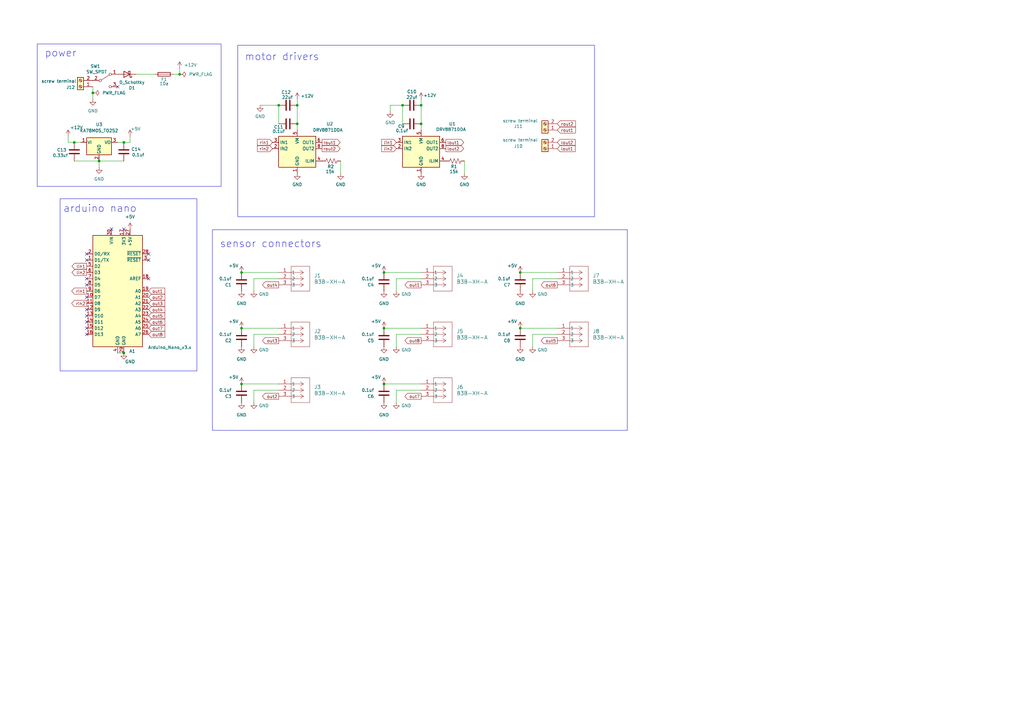
<source format=kicad_sch>
(kicad_sch (version 20230121) (generator eeschema)

  (uuid 8db2511b-4424-4d12-9699-c44bdd431df1)

  (paper "A3")

  (lib_symbols
    (symbol "B3B-XH-A_1" (pin_names (offset 0.254)) (in_bom yes) (on_board yes)
      (property "Reference" "J1" (at 14.478 -1.27 0)
        (effects (font (size 1.524 1.524)) (justify left))
      )
      (property "Value" "B3B-XH-A" (at 14.478 -3.81 0)
        (effects (font (size 1.524 1.524)) (justify left))
      )
      (property "Footprint" "xhb3b:CONN_B3B-XH-A_JST" (at 3.81 6.35 0)
        (effects (font (size 1.27 1.27) italic) hide)
      )
      (property "Datasheet" "B3B-XH-A" (at 6.35 3.81 0)
        (effects (font (size 1.27 1.27) italic) hide)
      )
      (property "ki_locked" "" (at 0 0 0)
        (effects (font (size 1.27 1.27)))
      )
      (property "ki_keywords" "B3B-XH-A" (at 0 0 0)
        (effects (font (size 1.27 1.27)) hide)
      )
      (property "ki_fp_filters" "CONN_B3B-XH-A_JST" (at 0 0 0)
        (effects (font (size 1.27 1.27)) hide)
      )
      (symbol "B3B-XH-A_1_1_1"
        (polyline
          (pts
            (xy 5.08 -7.62)
            (xy 12.7 -7.62)
          )
          (stroke (width 0.127) (type default))
          (fill (type none))
        )
        (polyline
          (pts
            (xy 5.08 2.54)
            (xy 5.08 -7.62)
          )
          (stroke (width 0.127) (type default))
          (fill (type none))
        )
        (polyline
          (pts
            (xy 10.16 -5.08)
            (xy 5.08 -5.08)
          )
          (stroke (width 0.127) (type default))
          (fill (type none))
        )
        (polyline
          (pts
            (xy 10.16 -5.08)
            (xy 8.89 -5.9267)
          )
          (stroke (width 0.127) (type default))
          (fill (type none))
        )
        (polyline
          (pts
            (xy 10.16 -5.08)
            (xy 8.89 -4.2333)
          )
          (stroke (width 0.127) (type default))
          (fill (type none))
        )
        (polyline
          (pts
            (xy 10.16 -2.54)
            (xy 5.08 -2.54)
          )
          (stroke (width 0.127) (type default))
          (fill (type none))
        )
        (polyline
          (pts
            (xy 10.16 -2.54)
            (xy 8.89 -3.3867)
          )
          (stroke (width 0.127) (type default))
          (fill (type none))
        )
        (polyline
          (pts
            (xy 10.16 -2.54)
            (xy 8.89 -1.6933)
          )
          (stroke (width 0.127) (type default))
          (fill (type none))
        )
        (polyline
          (pts
            (xy 10.16 0)
            (xy 5.08 0)
          )
          (stroke (width 0.127) (type default))
          (fill (type none))
        )
        (polyline
          (pts
            (xy 10.16 0)
            (xy 8.89 -0.8467)
          )
          (stroke (width 0.127) (type default))
          (fill (type none))
        )
        (polyline
          (pts
            (xy 10.16 0)
            (xy 8.89 0.8467)
          )
          (stroke (width 0.127) (type default))
          (fill (type none))
        )
        (polyline
          (pts
            (xy 12.7 -7.62)
            (xy 12.7 2.54)
          )
          (stroke (width 0.127) (type default))
          (fill (type none))
        )
        (polyline
          (pts
            (xy 12.7 2.54)
            (xy 5.08 2.54)
          )
          (stroke (width 0.127) (type default))
          (fill (type none))
        )
        (pin power_in line (at 0 0 0) (length 5.08)
          (name "1" (effects (font (size 1.27 1.27))))
          (number "1" (effects (font (size 1.27 1.27))))
        )
        (pin power_in line (at 0 -2.54 0) (length 5.08)
          (name "2" (effects (font (size 1.27 1.27))))
          (number "2" (effects (font (size 1.27 1.27))))
        )
        (pin output line (at 0 -5.08 0) (length 5.08)
          (name "3" (effects (font (size 1.27 1.27))))
          (number "3" (effects (font (size 1.27 1.27))))
        )
      )
      (symbol "B3B-XH-A_1_1_2"
        (polyline
          (pts
            (xy 5.08 -7.62)
            (xy 12.7 -7.62)
          )
          (stroke (width 0.127) (type default))
          (fill (type none))
        )
        (polyline
          (pts
            (xy 5.08 2.54)
            (xy 5.08 -7.62)
          )
          (stroke (width 0.127) (type default))
          (fill (type none))
        )
        (polyline
          (pts
            (xy 7.62 -5.08)
            (xy 5.08 -5.08)
          )
          (stroke (width 0.127) (type default))
          (fill (type none))
        )
        (polyline
          (pts
            (xy 7.62 -5.08)
            (xy 8.89 -5.9267)
          )
          (stroke (width 0.127) (type default))
          (fill (type none))
        )
        (polyline
          (pts
            (xy 7.62 -5.08)
            (xy 8.89 -4.2333)
          )
          (stroke (width 0.127) (type default))
          (fill (type none))
        )
        (polyline
          (pts
            (xy 7.62 -2.54)
            (xy 5.08 -2.54)
          )
          (stroke (width 0.127) (type default))
          (fill (type none))
        )
        (polyline
          (pts
            (xy 7.62 -2.54)
            (xy 8.89 -3.3867)
          )
          (stroke (width 0.127) (type default))
          (fill (type none))
        )
        (polyline
          (pts
            (xy 7.62 -2.54)
            (xy 8.89 -1.6933)
          )
          (stroke (width 0.127) (type default))
          (fill (type none))
        )
        (polyline
          (pts
            (xy 7.62 0)
            (xy 5.08 0)
          )
          (stroke (width 0.127) (type default))
          (fill (type none))
        )
        (polyline
          (pts
            (xy 7.62 0)
            (xy 8.89 -0.8467)
          )
          (stroke (width 0.127) (type default))
          (fill (type none))
        )
        (polyline
          (pts
            (xy 7.62 0)
            (xy 8.89 0.8467)
          )
          (stroke (width 0.127) (type default))
          (fill (type none))
        )
        (polyline
          (pts
            (xy 12.7 -7.62)
            (xy 12.7 2.54)
          )
          (stroke (width 0.127) (type default))
          (fill (type none))
        )
        (polyline
          (pts
            (xy 12.7 2.54)
            (xy 5.08 2.54)
          )
          (stroke (width 0.127) (type default))
          (fill (type none))
        )
        (pin unspecified line (at 0 0 0) (length 5.08)
          (name "1" (effects (font (size 1.27 1.27))))
          (number "1" (effects (font (size 1.27 1.27))))
        )
        (pin unspecified line (at 0 -2.54 0) (length 5.08)
          (name "2" (effects (font (size 1.27 1.27))))
          (number "2" (effects (font (size 1.27 1.27))))
        )
        (pin unspecified line (at 0 -5.08 0) (length 5.08)
          (name "3" (effects (font (size 1.27 1.27))))
          (number "3" (effects (font (size 1.27 1.27))))
        )
      )
    )
    (symbol "B3B-XH-A_2" (pin_names (offset 0.254)) (in_bom yes) (on_board yes)
      (property "Reference" "J2" (at 14.478 -1.27 0)
        (effects (font (size 1.524 1.524)) (justify left))
      )
      (property "Value" "B3B-XH-A" (at 14.478 -3.81 0)
        (effects (font (size 1.524 1.524)) (justify left))
      )
      (property "Footprint" "xhb3b:CONN_B3B-XH-A_JST" (at 1.27 3.81 0)
        (effects (font (size 1.27 1.27) italic) hide)
      )
      (property "Datasheet" "B3B-XH-A" (at 0 6.35 0)
        (effects (font (size 1.27 1.27) italic) hide)
      )
      (property "ki_locked" "" (at 0 0 0)
        (effects (font (size 1.27 1.27)))
      )
      (property "ki_keywords" "B3B-XH-A" (at 0 0 0)
        (effects (font (size 1.27 1.27)) hide)
      )
      (property "ki_fp_filters" "CONN_B3B-XH-A_JST" (at 0 0 0)
        (effects (font (size 1.27 1.27)) hide)
      )
      (symbol "B3B-XH-A_2_1_1"
        (polyline
          (pts
            (xy 5.08 -7.62)
            (xy 12.7 -7.62)
          )
          (stroke (width 0.127) (type default))
          (fill (type none))
        )
        (polyline
          (pts
            (xy 5.08 2.54)
            (xy 5.08 -7.62)
          )
          (stroke (width 0.127) (type default))
          (fill (type none))
        )
        (polyline
          (pts
            (xy 10.16 -5.08)
            (xy 5.08 -5.08)
          )
          (stroke (width 0.127) (type default))
          (fill (type none))
        )
        (polyline
          (pts
            (xy 10.16 -5.08)
            (xy 8.89 -5.9267)
          )
          (stroke (width 0.127) (type default))
          (fill (type none))
        )
        (polyline
          (pts
            (xy 10.16 -5.08)
            (xy 8.89 -4.2333)
          )
          (stroke (width 0.127) (type default))
          (fill (type none))
        )
        (polyline
          (pts
            (xy 10.16 -2.54)
            (xy 5.08 -2.54)
          )
          (stroke (width 0.127) (type default))
          (fill (type none))
        )
        (polyline
          (pts
            (xy 10.16 -2.54)
            (xy 8.89 -3.3867)
          )
          (stroke (width 0.127) (type default))
          (fill (type none))
        )
        (polyline
          (pts
            (xy 10.16 -2.54)
            (xy 8.89 -1.6933)
          )
          (stroke (width 0.127) (type default))
          (fill (type none))
        )
        (polyline
          (pts
            (xy 10.16 0)
            (xy 5.08 0)
          )
          (stroke (width 0.127) (type default))
          (fill (type none))
        )
        (polyline
          (pts
            (xy 10.16 0)
            (xy 8.89 -0.8467)
          )
          (stroke (width 0.127) (type default))
          (fill (type none))
        )
        (polyline
          (pts
            (xy 10.16 0)
            (xy 8.89 0.8467)
          )
          (stroke (width 0.127) (type default))
          (fill (type none))
        )
        (polyline
          (pts
            (xy 12.7 -7.62)
            (xy 12.7 2.54)
          )
          (stroke (width 0.127) (type default))
          (fill (type none))
        )
        (polyline
          (pts
            (xy 12.7 2.54)
            (xy 5.08 2.54)
          )
          (stroke (width 0.127) (type default))
          (fill (type none))
        )
        (pin power_in line (at 0 0 0) (length 5.08)
          (name "1" (effects (font (size 1.27 1.27))))
          (number "1" (effects (font (size 1.27 1.27))))
        )
        (pin power_in line (at 0 -2.54 0) (length 5.08)
          (name "2" (effects (font (size 1.27 1.27))))
          (number "2" (effects (font (size 1.27 1.27))))
        )
        (pin output line (at 0 -5.08 0) (length 5.08)
          (name "3" (effects (font (size 1.27 1.27))))
          (number "3" (effects (font (size 1.27 1.27))))
        )
      )
      (symbol "B3B-XH-A_2_1_2"
        (polyline
          (pts
            (xy 5.08 -7.62)
            (xy 12.7 -7.62)
          )
          (stroke (width 0.127) (type default))
          (fill (type none))
        )
        (polyline
          (pts
            (xy 5.08 2.54)
            (xy 5.08 -7.62)
          )
          (stroke (width 0.127) (type default))
          (fill (type none))
        )
        (polyline
          (pts
            (xy 7.62 -5.08)
            (xy 5.08 -5.08)
          )
          (stroke (width 0.127) (type default))
          (fill (type none))
        )
        (polyline
          (pts
            (xy 7.62 -5.08)
            (xy 8.89 -5.9267)
          )
          (stroke (width 0.127) (type default))
          (fill (type none))
        )
        (polyline
          (pts
            (xy 7.62 -5.08)
            (xy 8.89 -4.2333)
          )
          (stroke (width 0.127) (type default))
          (fill (type none))
        )
        (polyline
          (pts
            (xy 7.62 -2.54)
            (xy 5.08 -2.54)
          )
          (stroke (width 0.127) (type default))
          (fill (type none))
        )
        (polyline
          (pts
            (xy 7.62 -2.54)
            (xy 8.89 -3.3867)
          )
          (stroke (width 0.127) (type default))
          (fill (type none))
        )
        (polyline
          (pts
            (xy 7.62 -2.54)
            (xy 8.89 -1.6933)
          )
          (stroke (width 0.127) (type default))
          (fill (type none))
        )
        (polyline
          (pts
            (xy 7.62 0)
            (xy 5.08 0)
          )
          (stroke (width 0.127) (type default))
          (fill (type none))
        )
        (polyline
          (pts
            (xy 7.62 0)
            (xy 8.89 -0.8467)
          )
          (stroke (width 0.127) (type default))
          (fill (type none))
        )
        (polyline
          (pts
            (xy 7.62 0)
            (xy 8.89 0.8467)
          )
          (stroke (width 0.127) (type default))
          (fill (type none))
        )
        (polyline
          (pts
            (xy 12.7 -7.62)
            (xy 12.7 2.54)
          )
          (stroke (width 0.127) (type default))
          (fill (type none))
        )
        (polyline
          (pts
            (xy 12.7 2.54)
            (xy 5.08 2.54)
          )
          (stroke (width 0.127) (type default))
          (fill (type none))
        )
        (pin unspecified line (at 0 0 0) (length 5.08)
          (name "1" (effects (font (size 1.27 1.27))))
          (number "1" (effects (font (size 1.27 1.27))))
        )
        (pin unspecified line (at 0 -2.54 0) (length 5.08)
          (name "2" (effects (font (size 1.27 1.27))))
          (number "2" (effects (font (size 1.27 1.27))))
        )
        (pin unspecified line (at 0 -5.08 0) (length 5.08)
          (name "3" (effects (font (size 1.27 1.27))))
          (number "3" (effects (font (size 1.27 1.27))))
        )
      )
    )
    (symbol "B3B-XH-A_3" (pin_names (offset 0.254)) (in_bom yes) (on_board yes)
      (property "Reference" "J3" (at 14.478 -1.27 0)
        (effects (font (size 1.524 1.524)) (justify left))
      )
      (property "Value" "B3B-XH-A" (at 14.478 -3.81 0)
        (effects (font (size 1.524 1.524)) (justify left))
      )
      (property "Footprint" "xhb3b:CONN_B3B-XH-A_JST" (at 1.27 6.35 0)
        (effects (font (size 1.27 1.27) italic) hide)
      )
      (property "Datasheet" "B3B-XH-A" (at 0 3.81 0)
        (effects (font (size 1.27 1.27) italic) hide)
      )
      (property "ki_locked" "" (at 0 0 0)
        (effects (font (size 1.27 1.27)))
      )
      (property "ki_keywords" "B3B-XH-A" (at 0 0 0)
        (effects (font (size 1.27 1.27)) hide)
      )
      (property "ki_fp_filters" "CONN_B3B-XH-A_JST" (at 0 0 0)
        (effects (font (size 1.27 1.27)) hide)
      )
      (symbol "B3B-XH-A_3_1_1"
        (polyline
          (pts
            (xy 5.08 -7.62)
            (xy 12.7 -7.62)
          )
          (stroke (width 0.127) (type default))
          (fill (type none))
        )
        (polyline
          (pts
            (xy 5.08 2.54)
            (xy 5.08 -7.62)
          )
          (stroke (width 0.127) (type default))
          (fill (type none))
        )
        (polyline
          (pts
            (xy 10.16 -5.08)
            (xy 5.08 -5.08)
          )
          (stroke (width 0.127) (type default))
          (fill (type none))
        )
        (polyline
          (pts
            (xy 10.16 -5.08)
            (xy 8.89 -5.9267)
          )
          (stroke (width 0.127) (type default))
          (fill (type none))
        )
        (polyline
          (pts
            (xy 10.16 -5.08)
            (xy 8.89 -4.2333)
          )
          (stroke (width 0.127) (type default))
          (fill (type none))
        )
        (polyline
          (pts
            (xy 10.16 -2.54)
            (xy 5.08 -2.54)
          )
          (stroke (width 0.127) (type default))
          (fill (type none))
        )
        (polyline
          (pts
            (xy 10.16 -2.54)
            (xy 8.89 -3.3867)
          )
          (stroke (width 0.127) (type default))
          (fill (type none))
        )
        (polyline
          (pts
            (xy 10.16 -2.54)
            (xy 8.89 -1.6933)
          )
          (stroke (width 0.127) (type default))
          (fill (type none))
        )
        (polyline
          (pts
            (xy 10.16 0)
            (xy 5.08 0)
          )
          (stroke (width 0.127) (type default))
          (fill (type none))
        )
        (polyline
          (pts
            (xy 10.16 0)
            (xy 8.89 -0.8467)
          )
          (stroke (width 0.127) (type default))
          (fill (type none))
        )
        (polyline
          (pts
            (xy 10.16 0)
            (xy 8.89 0.8467)
          )
          (stroke (width 0.127) (type default))
          (fill (type none))
        )
        (polyline
          (pts
            (xy 12.7 -7.62)
            (xy 12.7 2.54)
          )
          (stroke (width 0.127) (type default))
          (fill (type none))
        )
        (polyline
          (pts
            (xy 12.7 2.54)
            (xy 5.08 2.54)
          )
          (stroke (width 0.127) (type default))
          (fill (type none))
        )
        (pin power_in line (at 0 0 0) (length 5.08)
          (name "1" (effects (font (size 1.27 1.27))))
          (number "1" (effects (font (size 1.27 1.27))))
        )
        (pin power_in line (at 0 -2.54 0) (length 5.08)
          (name "2" (effects (font (size 1.27 1.27))))
          (number "2" (effects (font (size 1.27 1.27))))
        )
        (pin output line (at 0 -5.08 0) (length 5.08)
          (name "3" (effects (font (size 1.27 1.27))))
          (number "3" (effects (font (size 1.27 1.27))))
        )
      )
      (symbol "B3B-XH-A_3_1_2"
        (polyline
          (pts
            (xy 5.08 -7.62)
            (xy 12.7 -7.62)
          )
          (stroke (width 0.127) (type default))
          (fill (type none))
        )
        (polyline
          (pts
            (xy 5.08 2.54)
            (xy 5.08 -7.62)
          )
          (stroke (width 0.127) (type default))
          (fill (type none))
        )
        (polyline
          (pts
            (xy 7.62 -5.08)
            (xy 5.08 -5.08)
          )
          (stroke (width 0.127) (type default))
          (fill (type none))
        )
        (polyline
          (pts
            (xy 7.62 -5.08)
            (xy 8.89 -5.9267)
          )
          (stroke (width 0.127) (type default))
          (fill (type none))
        )
        (polyline
          (pts
            (xy 7.62 -5.08)
            (xy 8.89 -4.2333)
          )
          (stroke (width 0.127) (type default))
          (fill (type none))
        )
        (polyline
          (pts
            (xy 7.62 -2.54)
            (xy 5.08 -2.54)
          )
          (stroke (width 0.127) (type default))
          (fill (type none))
        )
        (polyline
          (pts
            (xy 7.62 -2.54)
            (xy 8.89 -3.3867)
          )
          (stroke (width 0.127) (type default))
          (fill (type none))
        )
        (polyline
          (pts
            (xy 7.62 -2.54)
            (xy 8.89 -1.6933)
          )
          (stroke (width 0.127) (type default))
          (fill (type none))
        )
        (polyline
          (pts
            (xy 7.62 0)
            (xy 5.08 0)
          )
          (stroke (width 0.127) (type default))
          (fill (type none))
        )
        (polyline
          (pts
            (xy 7.62 0)
            (xy 8.89 -0.8467)
          )
          (stroke (width 0.127) (type default))
          (fill (type none))
        )
        (polyline
          (pts
            (xy 7.62 0)
            (xy 8.89 0.8467)
          )
          (stroke (width 0.127) (type default))
          (fill (type none))
        )
        (polyline
          (pts
            (xy 12.7 -7.62)
            (xy 12.7 2.54)
          )
          (stroke (width 0.127) (type default))
          (fill (type none))
        )
        (polyline
          (pts
            (xy 12.7 2.54)
            (xy 5.08 2.54)
          )
          (stroke (width 0.127) (type default))
          (fill (type none))
        )
        (pin unspecified line (at 0 0 0) (length 5.08)
          (name "1" (effects (font (size 1.27 1.27))))
          (number "1" (effects (font (size 1.27 1.27))))
        )
        (pin unspecified line (at 0 -2.54 0) (length 5.08)
          (name "2" (effects (font (size 1.27 1.27))))
          (number "2" (effects (font (size 1.27 1.27))))
        )
        (pin unspecified line (at 0 -5.08 0) (length 5.08)
          (name "3" (effects (font (size 1.27 1.27))))
          (number "3" (effects (font (size 1.27 1.27))))
        )
      )
    )
    (symbol "Connector:Screw_Terminal_01x02" (pin_names (offset 1.016) hide) (in_bom yes) (on_board yes)
      (property "Reference" "J" (at 0 2.54 0)
        (effects (font (size 1.27 1.27)))
      )
      (property "Value" "Screw_Terminal_01x02" (at 0 -5.08 0)
        (effects (font (size 1.27 1.27)))
      )
      (property "Footprint" "" (at 0 0 0)
        (effects (font (size 1.27 1.27)) hide)
      )
      (property "Datasheet" "~" (at 0 0 0)
        (effects (font (size 1.27 1.27)) hide)
      )
      (property "ki_keywords" "screw terminal" (at 0 0 0)
        (effects (font (size 1.27 1.27)) hide)
      )
      (property "ki_description" "Generic screw terminal, single row, 01x02, script generated (kicad-library-utils/schlib/autogen/connector/)" (at 0 0 0)
        (effects (font (size 1.27 1.27)) hide)
      )
      (property "ki_fp_filters" "TerminalBlock*:*" (at 0 0 0)
        (effects (font (size 1.27 1.27)) hide)
      )
      (symbol "Screw_Terminal_01x02_1_1"
        (rectangle (start -1.27 1.27) (end 1.27 -3.81)
          (stroke (width 0.254) (type default))
          (fill (type background))
        )
        (circle (center 0 -2.54) (radius 0.635)
          (stroke (width 0.1524) (type default))
          (fill (type none))
        )
        (polyline
          (pts
            (xy -0.5334 -2.2098)
            (xy 0.3302 -3.048)
          )
          (stroke (width 0.1524) (type default))
          (fill (type none))
        )
        (polyline
          (pts
            (xy -0.5334 0.3302)
            (xy 0.3302 -0.508)
          )
          (stroke (width 0.1524) (type default))
          (fill (type none))
        )
        (polyline
          (pts
            (xy -0.3556 -2.032)
            (xy 0.508 -2.8702)
          )
          (stroke (width 0.1524) (type default))
          (fill (type none))
        )
        (polyline
          (pts
            (xy -0.3556 0.508)
            (xy 0.508 -0.3302)
          )
          (stroke (width 0.1524) (type default))
          (fill (type none))
        )
        (circle (center 0 0) (radius 0.635)
          (stroke (width 0.1524) (type default))
          (fill (type none))
        )
        (pin passive line (at -5.08 0 0) (length 3.81)
          (name "Pin_1" (effects (font (size 1.27 1.27))))
          (number "1" (effects (font (size 1.27 1.27))))
        )
        (pin passive line (at -5.08 -2.54 0) (length 3.81)
          (name "Pin_2" (effects (font (size 1.27 1.27))))
          (number "2" (effects (font (size 1.27 1.27))))
        )
      )
    )
    (symbol "Device:C" (pin_numbers hide) (pin_names (offset 0.254)) (in_bom yes) (on_board yes)
      (property "Reference" "C" (at 0.635 2.54 0)
        (effects (font (size 1.27 1.27)) (justify left))
      )
      (property "Value" "C" (at 0.635 -2.54 0)
        (effects (font (size 1.27 1.27)) (justify left))
      )
      (property "Footprint" "" (at 0.9652 -3.81 0)
        (effects (font (size 1.27 1.27)) hide)
      )
      (property "Datasheet" "~" (at 0 0 0)
        (effects (font (size 1.27 1.27)) hide)
      )
      (property "ki_keywords" "cap capacitor" (at 0 0 0)
        (effects (font (size 1.27 1.27)) hide)
      )
      (property "ki_description" "Unpolarized capacitor" (at 0 0 0)
        (effects (font (size 1.27 1.27)) hide)
      )
      (property "ki_fp_filters" "C_*" (at 0 0 0)
        (effects (font (size 1.27 1.27)) hide)
      )
      (symbol "C_0_1"
        (polyline
          (pts
            (xy -2.032 -0.762)
            (xy 2.032 -0.762)
          )
          (stroke (width 0.508) (type default))
          (fill (type none))
        )
        (polyline
          (pts
            (xy -2.032 0.762)
            (xy 2.032 0.762)
          )
          (stroke (width 0.508) (type default))
          (fill (type none))
        )
      )
      (symbol "C_1_1"
        (pin passive line (at 0 3.81 270) (length 2.794)
          (name "~" (effects (font (size 1.27 1.27))))
          (number "1" (effects (font (size 1.27 1.27))))
        )
        (pin passive line (at 0 -3.81 90) (length 2.794)
          (name "~" (effects (font (size 1.27 1.27))))
          (number "2" (effects (font (size 1.27 1.27))))
        )
      )
    )
    (symbol "Device:D_Schottky" (pin_numbers hide) (pin_names (offset 1.016) hide) (in_bom yes) (on_board yes)
      (property "Reference" "D" (at 0 2.54 0)
        (effects (font (size 1.27 1.27)))
      )
      (property "Value" "D_Schottky" (at 0 -2.54 0)
        (effects (font (size 1.27 1.27)))
      )
      (property "Footprint" "" (at 0 0 0)
        (effects (font (size 1.27 1.27)) hide)
      )
      (property "Datasheet" "~" (at 0 0 0)
        (effects (font (size 1.27 1.27)) hide)
      )
      (property "ki_keywords" "diode Schottky" (at 0 0 0)
        (effects (font (size 1.27 1.27)) hide)
      )
      (property "ki_description" "Schottky diode" (at 0 0 0)
        (effects (font (size 1.27 1.27)) hide)
      )
      (property "ki_fp_filters" "TO-???* *_Diode_* *SingleDiode* D_*" (at 0 0 0)
        (effects (font (size 1.27 1.27)) hide)
      )
      (symbol "D_Schottky_0_1"
        (polyline
          (pts
            (xy 1.27 0)
            (xy -1.27 0)
          )
          (stroke (width 0) (type default))
          (fill (type none))
        )
        (polyline
          (pts
            (xy 1.27 1.27)
            (xy 1.27 -1.27)
            (xy -1.27 0)
            (xy 1.27 1.27)
          )
          (stroke (width 0.254) (type default))
          (fill (type none))
        )
        (polyline
          (pts
            (xy -1.905 0.635)
            (xy -1.905 1.27)
            (xy -1.27 1.27)
            (xy -1.27 -1.27)
            (xy -0.635 -1.27)
            (xy -0.635 -0.635)
          )
          (stroke (width 0.254) (type default))
          (fill (type none))
        )
      )
      (symbol "D_Schottky_1_1"
        (pin passive line (at -3.81 0 0) (length 2.54)
          (name "K" (effects (font (size 1.27 1.27))))
          (number "1" (effects (font (size 1.27 1.27))))
        )
        (pin passive line (at 3.81 0 180) (length 2.54)
          (name "A" (effects (font (size 1.27 1.27))))
          (number "2" (effects (font (size 1.27 1.27))))
        )
      )
    )
    (symbol "Device:Fuse" (pin_numbers hide) (pin_names (offset 0)) (in_bom yes) (on_board yes)
      (property "Reference" "F" (at 2.032 0 90)
        (effects (font (size 1.27 1.27)))
      )
      (property "Value" "Fuse" (at -1.905 0 90)
        (effects (font (size 1.27 1.27)))
      )
      (property "Footprint" "" (at -1.778 0 90)
        (effects (font (size 1.27 1.27)) hide)
      )
      (property "Datasheet" "~" (at 0 0 0)
        (effects (font (size 1.27 1.27)) hide)
      )
      (property "ki_keywords" "fuse" (at 0 0 0)
        (effects (font (size 1.27 1.27)) hide)
      )
      (property "ki_description" "Fuse" (at 0 0 0)
        (effects (font (size 1.27 1.27)) hide)
      )
      (property "ki_fp_filters" "*Fuse*" (at 0 0 0)
        (effects (font (size 1.27 1.27)) hide)
      )
      (symbol "Fuse_0_1"
        (rectangle (start -0.762 -2.54) (end 0.762 2.54)
          (stroke (width 0.254) (type default))
          (fill (type none))
        )
        (polyline
          (pts
            (xy 0 2.54)
            (xy 0 -2.54)
          )
          (stroke (width 0) (type default))
          (fill (type none))
        )
      )
      (symbol "Fuse_1_1"
        (pin passive line (at 0 3.81 270) (length 1.27)
          (name "~" (effects (font (size 1.27 1.27))))
          (number "1" (effects (font (size 1.27 1.27))))
        )
        (pin passive line (at 0 -3.81 90) (length 1.27)
          (name "~" (effects (font (size 1.27 1.27))))
          (number "2" (effects (font (size 1.27 1.27))))
        )
      )
    )
    (symbol "Device:R_US" (pin_numbers hide) (pin_names (offset 0)) (in_bom yes) (on_board yes)
      (property "Reference" "R" (at 2.54 0 90)
        (effects (font (size 1.27 1.27)))
      )
      (property "Value" "R_US" (at -2.54 0 90)
        (effects (font (size 1.27 1.27)))
      )
      (property "Footprint" "" (at 1.016 -0.254 90)
        (effects (font (size 1.27 1.27)) hide)
      )
      (property "Datasheet" "~" (at 0 0 0)
        (effects (font (size 1.27 1.27)) hide)
      )
      (property "ki_keywords" "R res resistor" (at 0 0 0)
        (effects (font (size 1.27 1.27)) hide)
      )
      (property "ki_description" "Resistor, US symbol" (at 0 0 0)
        (effects (font (size 1.27 1.27)) hide)
      )
      (property "ki_fp_filters" "R_*" (at 0 0 0)
        (effects (font (size 1.27 1.27)) hide)
      )
      (symbol "R_US_0_1"
        (polyline
          (pts
            (xy 0 -2.286)
            (xy 0 -2.54)
          )
          (stroke (width 0) (type default))
          (fill (type none))
        )
        (polyline
          (pts
            (xy 0 2.286)
            (xy 0 2.54)
          )
          (stroke (width 0) (type default))
          (fill (type none))
        )
        (polyline
          (pts
            (xy 0 -0.762)
            (xy 1.016 -1.143)
            (xy 0 -1.524)
            (xy -1.016 -1.905)
            (xy 0 -2.286)
          )
          (stroke (width 0) (type default))
          (fill (type none))
        )
        (polyline
          (pts
            (xy 0 0.762)
            (xy 1.016 0.381)
            (xy 0 0)
            (xy -1.016 -0.381)
            (xy 0 -0.762)
          )
          (stroke (width 0) (type default))
          (fill (type none))
        )
        (polyline
          (pts
            (xy 0 2.286)
            (xy 1.016 1.905)
            (xy 0 1.524)
            (xy -1.016 1.143)
            (xy 0 0.762)
          )
          (stroke (width 0) (type default))
          (fill (type none))
        )
      )
      (symbol "R_US_1_1"
        (pin passive line (at 0 3.81 270) (length 1.27)
          (name "~" (effects (font (size 1.27 1.27))))
          (number "1" (effects (font (size 1.27 1.27))))
        )
        (pin passive line (at 0 -3.81 90) (length 1.27)
          (name "~" (effects (font (size 1.27 1.27))))
          (number "2" (effects (font (size 1.27 1.27))))
        )
      )
    )
    (symbol "Driver_Motor:DRV8871DDA" (in_bom yes) (on_board yes)
      (property "Reference" "U" (at -6.35 6.35 0)
        (effects (font (size 1.27 1.27)))
      )
      (property "Value" "DRV8871DDA" (at 8.89 6.35 0)
        (effects (font (size 1.27 1.27)))
      )
      (property "Footprint" "Package_SO:Texas_HTSOP-8-1EP_3.9x4.9mm_P1.27mm_EP2.95x4.9mm_Mask2.4x3.1mm_ThermalVias" (at 6.35 -1.27 0)
        (effects (font (size 1.27 1.27)) hide)
      )
      (property "Datasheet" "http://www.ti.com/lit/ds/symlink/drv8871.pdf" (at 6.35 -1.27 0)
        (effects (font (size 1.27 1.27)) hide)
      )
      (property "ki_keywords" "H-bridge driver motor current limit" (at 0 0 0)
        (effects (font (size 1.27 1.27)) hide)
      )
      (property "ki_description" "Brushed DC Motor Driver, PWM Control, 45V, 3.6A, Current limiting, HTSOP-8" (at 0 0 0)
        (effects (font (size 1.27 1.27)) hide)
      )
      (property "ki_fp_filters" "Texas*HTSOP*1EP*3.9x4.9mm*P1.27mm*EP2.95x4.9mm*Mask2.4x3.1mm*" (at 0 0 0)
        (effects (font (size 1.27 1.27)) hide)
      )
      (symbol "DRV8871DDA_0_1"
        (rectangle (start -7.62 5.08) (end 7.62 -7.62)
          (stroke (width 0.254) (type default))
          (fill (type background))
        )
      )
      (symbol "DRV8871DDA_1_1"
        (pin power_in line (at 0 -10.16 90) (length 2.54)
          (name "GND" (effects (font (size 1.27 1.27))))
          (number "1" (effects (font (size 1.27 1.27))))
        )
        (pin input line (at -10.16 0 0) (length 2.54)
          (name "IN2" (effects (font (size 1.27 1.27))))
          (number "2" (effects (font (size 1.27 1.27))))
        )
        (pin input line (at -10.16 2.54 0) (length 2.54)
          (name "IN1" (effects (font (size 1.27 1.27))))
          (number "3" (effects (font (size 1.27 1.27))))
        )
        (pin passive line (at 10.16 -5.08 180) (length 2.54)
          (name "ILIM" (effects (font (size 1.27 1.27))))
          (number "4" (effects (font (size 1.27 1.27))))
        )
        (pin power_in line (at 0 7.62 270) (length 2.54)
          (name "VM" (effects (font (size 1.27 1.27))))
          (number "5" (effects (font (size 1.27 1.27))))
        )
        (pin output line (at 10.16 2.54 180) (length 2.54)
          (name "OUT1" (effects (font (size 1.27 1.27))))
          (number "6" (effects (font (size 1.27 1.27))))
        )
        (pin passive line (at 0 -10.16 90) (length 2.54) hide
          (name "GND" (effects (font (size 1.27 1.27))))
          (number "7" (effects (font (size 1.27 1.27))))
        )
        (pin output line (at 10.16 0 180) (length 2.54)
          (name "OUT2" (effects (font (size 1.27 1.27))))
          (number "8" (effects (font (size 1.27 1.27))))
        )
        (pin passive line (at 0 -10.16 90) (length 2.54) hide
          (name "GND" (effects (font (size 1.27 1.27))))
          (number "9" (effects (font (size 1.27 1.27))))
        )
      )
    )
    (symbol "MCU_Module:Arduino_Nano_v3.x" (in_bom yes) (on_board yes)
      (property "Reference" "A" (at -10.16 23.495 0)
        (effects (font (size 1.27 1.27)) (justify left bottom))
      )
      (property "Value" "Arduino_Nano_v3.x" (at 5.08 -24.13 0)
        (effects (font (size 1.27 1.27)) (justify left top))
      )
      (property "Footprint" "Module:Arduino_Nano" (at 0 0 0)
        (effects (font (size 1.27 1.27) italic) hide)
      )
      (property "Datasheet" "http://www.mouser.com/pdfdocs/Gravitech_Arduino_Nano3_0.pdf" (at 0 0 0)
        (effects (font (size 1.27 1.27)) hide)
      )
      (property "ki_keywords" "Arduino nano microcontroller module USB" (at 0 0 0)
        (effects (font (size 1.27 1.27)) hide)
      )
      (property "ki_description" "Arduino Nano v3.x" (at 0 0 0)
        (effects (font (size 1.27 1.27)) hide)
      )
      (property "ki_fp_filters" "Arduino*Nano*" (at 0 0 0)
        (effects (font (size 1.27 1.27)) hide)
      )
      (symbol "Arduino_Nano_v3.x_0_1"
        (rectangle (start -10.16 22.86) (end 10.16 -22.86)
          (stroke (width 0.254) (type default))
          (fill (type background))
        )
      )
      (symbol "Arduino_Nano_v3.x_1_1"
        (pin bidirectional line (at -12.7 12.7 0) (length 2.54)
          (name "D1/TX" (effects (font (size 1.27 1.27))))
          (number "1" (effects (font (size 1.27 1.27))))
        )
        (pin bidirectional line (at -12.7 -2.54 0) (length 2.54)
          (name "D7" (effects (font (size 1.27 1.27))))
          (number "10" (effects (font (size 1.27 1.27))))
        )
        (pin bidirectional line (at -12.7 -5.08 0) (length 2.54)
          (name "D8" (effects (font (size 1.27 1.27))))
          (number "11" (effects (font (size 1.27 1.27))))
        )
        (pin bidirectional line (at -12.7 -7.62 0) (length 2.54)
          (name "D9" (effects (font (size 1.27 1.27))))
          (number "12" (effects (font (size 1.27 1.27))))
        )
        (pin bidirectional line (at -12.7 -10.16 0) (length 2.54)
          (name "D10" (effects (font (size 1.27 1.27))))
          (number "13" (effects (font (size 1.27 1.27))))
        )
        (pin bidirectional line (at -12.7 -12.7 0) (length 2.54)
          (name "D11" (effects (font (size 1.27 1.27))))
          (number "14" (effects (font (size 1.27 1.27))))
        )
        (pin bidirectional line (at -12.7 -15.24 0) (length 2.54)
          (name "D12" (effects (font (size 1.27 1.27))))
          (number "15" (effects (font (size 1.27 1.27))))
        )
        (pin bidirectional line (at -12.7 -17.78 0) (length 2.54)
          (name "D13" (effects (font (size 1.27 1.27))))
          (number "16" (effects (font (size 1.27 1.27))))
        )
        (pin power_out line (at 2.54 25.4 270) (length 2.54)
          (name "3V3" (effects (font (size 1.27 1.27))))
          (number "17" (effects (font (size 1.27 1.27))))
        )
        (pin input line (at 12.7 5.08 180) (length 2.54)
          (name "AREF" (effects (font (size 1.27 1.27))))
          (number "18" (effects (font (size 1.27 1.27))))
        )
        (pin bidirectional line (at 12.7 0 180) (length 2.54)
          (name "A0" (effects (font (size 1.27 1.27))))
          (number "19" (effects (font (size 1.27 1.27))))
        )
        (pin bidirectional line (at -12.7 15.24 0) (length 2.54)
          (name "D0/RX" (effects (font (size 1.27 1.27))))
          (number "2" (effects (font (size 1.27 1.27))))
        )
        (pin bidirectional line (at 12.7 -2.54 180) (length 2.54)
          (name "A1" (effects (font (size 1.27 1.27))))
          (number "20" (effects (font (size 1.27 1.27))))
        )
        (pin bidirectional line (at 12.7 -5.08 180) (length 2.54)
          (name "A2" (effects (font (size 1.27 1.27))))
          (number "21" (effects (font (size 1.27 1.27))))
        )
        (pin bidirectional line (at 12.7 -7.62 180) (length 2.54)
          (name "A3" (effects (font (size 1.27 1.27))))
          (number "22" (effects (font (size 1.27 1.27))))
        )
        (pin bidirectional line (at 12.7 -10.16 180) (length 2.54)
          (name "A4" (effects (font (size 1.27 1.27))))
          (number "23" (effects (font (size 1.27 1.27))))
        )
        (pin bidirectional line (at 12.7 -12.7 180) (length 2.54)
          (name "A5" (effects (font (size 1.27 1.27))))
          (number "24" (effects (font (size 1.27 1.27))))
        )
        (pin bidirectional line (at 12.7 -15.24 180) (length 2.54)
          (name "A6" (effects (font (size 1.27 1.27))))
          (number "25" (effects (font (size 1.27 1.27))))
        )
        (pin bidirectional line (at 12.7 -17.78 180) (length 2.54)
          (name "A7" (effects (font (size 1.27 1.27))))
          (number "26" (effects (font (size 1.27 1.27))))
        )
        (pin power_out line (at 5.08 25.4 270) (length 2.54)
          (name "+5V" (effects (font (size 1.27 1.27))))
          (number "27" (effects (font (size 1.27 1.27))))
        )
        (pin input line (at 12.7 15.24 180) (length 2.54)
          (name "~{RESET}" (effects (font (size 1.27 1.27))))
          (number "28" (effects (font (size 1.27 1.27))))
        )
        (pin power_in line (at 2.54 -25.4 90) (length 2.54)
          (name "GND" (effects (font (size 1.27 1.27))))
          (number "29" (effects (font (size 1.27 1.27))))
        )
        (pin input line (at 12.7 12.7 180) (length 2.54)
          (name "~{RESET}" (effects (font (size 1.27 1.27))))
          (number "3" (effects (font (size 1.27 1.27))))
        )
        (pin power_in line (at -2.54 25.4 270) (length 2.54)
          (name "VIN" (effects (font (size 1.27 1.27))))
          (number "30" (effects (font (size 1.27 1.27))))
        )
        (pin power_in line (at 0 -25.4 90) (length 2.54)
          (name "GND" (effects (font (size 1.27 1.27))))
          (number "4" (effects (font (size 1.27 1.27))))
        )
        (pin bidirectional line (at -12.7 10.16 0) (length 2.54)
          (name "D2" (effects (font (size 1.27 1.27))))
          (number "5" (effects (font (size 1.27 1.27))))
        )
        (pin bidirectional line (at -12.7 7.62 0) (length 2.54)
          (name "D3" (effects (font (size 1.27 1.27))))
          (number "6" (effects (font (size 1.27 1.27))))
        )
        (pin bidirectional line (at -12.7 5.08 0) (length 2.54)
          (name "D4" (effects (font (size 1.27 1.27))))
          (number "7" (effects (font (size 1.27 1.27))))
        )
        (pin bidirectional line (at -12.7 2.54 0) (length 2.54)
          (name "D5" (effects (font (size 1.27 1.27))))
          (number "8" (effects (font (size 1.27 1.27))))
        )
        (pin bidirectional line (at -12.7 0 0) (length 2.54)
          (name "D6" (effects (font (size 1.27 1.27))))
          (number "9" (effects (font (size 1.27 1.27))))
        )
      )
    )
    (symbol "Regulator_Linear:KA78M05_TO252" (pin_names (offset 0.254)) (in_bom yes) (on_board yes)
      (property "Reference" "U" (at -3.81 3.175 0)
        (effects (font (size 1.27 1.27)))
      )
      (property "Value" "KA78M05_TO252" (at 0 3.175 0)
        (effects (font (size 1.27 1.27)) (justify left))
      )
      (property "Footprint" "Package_TO_SOT_SMD:TO-252-2" (at 0 5.715 0)
        (effects (font (size 1.27 1.27) italic) hide)
      )
      (property "Datasheet" "https://www.onsemi.com/pub/Collateral/MC78M00-D.PDF" (at 0 -1.27 0)
        (effects (font (size 1.27 1.27)) hide)
      )
      (property "ki_keywords" "Voltage Regulator 500mA Positive" (at 0 0 0)
        (effects (font (size 1.27 1.27)) hide)
      )
      (property "ki_description" "Positive 500mA 35V Linear Regulator, Fixed Output 5V, TO-252 (D-PAK)" (at 0 0 0)
        (effects (font (size 1.27 1.27)) hide)
      )
      (property "ki_fp_filters" "TO?252*" (at 0 0 0)
        (effects (font (size 1.27 1.27)) hide)
      )
      (symbol "KA78M05_TO252_0_1"
        (rectangle (start -5.08 1.905) (end 5.08 -5.08)
          (stroke (width 0.254) (type default))
          (fill (type background))
        )
      )
      (symbol "KA78M05_TO252_1_1"
        (pin power_in line (at -7.62 0 0) (length 2.54)
          (name "VI" (effects (font (size 1.27 1.27))))
          (number "1" (effects (font (size 1.27 1.27))))
        )
        (pin power_in line (at 0 -7.62 90) (length 2.54)
          (name "GND" (effects (font (size 1.27 1.27))))
          (number "2" (effects (font (size 1.27 1.27))))
        )
        (pin power_out line (at 7.62 0 180) (length 2.54)
          (name "VO" (effects (font (size 1.27 1.27))))
          (number "3" (effects (font (size 1.27 1.27))))
        )
      )
    )
    (symbol "Switch:SW_SPDT" (pin_names (offset 0) hide) (in_bom yes) (on_board yes)
      (property "Reference" "SW" (at 0 4.318 0)
        (effects (font (size 1.27 1.27)))
      )
      (property "Value" "SW_SPDT" (at 0 -5.08 0)
        (effects (font (size 1.27 1.27)))
      )
      (property "Footprint" "" (at 0 0 0)
        (effects (font (size 1.27 1.27)) hide)
      )
      (property "Datasheet" "~" (at 0 0 0)
        (effects (font (size 1.27 1.27)) hide)
      )
      (property "ki_keywords" "switch single-pole double-throw spdt ON-ON" (at 0 0 0)
        (effects (font (size 1.27 1.27)) hide)
      )
      (property "ki_description" "Switch, single pole double throw" (at 0 0 0)
        (effects (font (size 1.27 1.27)) hide)
      )
      (symbol "SW_SPDT_0_0"
        (circle (center -2.032 0) (radius 0.508)
          (stroke (width 0) (type default))
          (fill (type none))
        )
        (circle (center 2.032 -2.54) (radius 0.508)
          (stroke (width 0) (type default))
          (fill (type none))
        )
      )
      (symbol "SW_SPDT_0_1"
        (polyline
          (pts
            (xy -1.524 0.254)
            (xy 1.651 2.286)
          )
          (stroke (width 0) (type default))
          (fill (type none))
        )
        (circle (center 2.032 2.54) (radius 0.508)
          (stroke (width 0) (type default))
          (fill (type none))
        )
      )
      (symbol "SW_SPDT_1_1"
        (pin passive line (at 5.08 2.54 180) (length 2.54)
          (name "A" (effects (font (size 1.27 1.27))))
          (number "1" (effects (font (size 1.27 1.27))))
        )
        (pin passive line (at -5.08 0 0) (length 2.54)
          (name "B" (effects (font (size 1.27 1.27))))
          (number "2" (effects (font (size 1.27 1.27))))
        )
        (pin passive line (at 5.08 -2.54 180) (length 2.54)
          (name "C" (effects (font (size 1.27 1.27))))
          (number "3" (effects (font (size 1.27 1.27))))
        )
      )
    )
    (symbol "power:+12V" (power) (pin_names (offset 0)) (in_bom yes) (on_board yes)
      (property "Reference" "#PWR" (at 0 -3.81 0)
        (effects (font (size 1.27 1.27)) hide)
      )
      (property "Value" "+12V" (at 0 3.556 0)
        (effects (font (size 1.27 1.27)))
      )
      (property "Footprint" "" (at 0 0 0)
        (effects (font (size 1.27 1.27)) hide)
      )
      (property "Datasheet" "" (at 0 0 0)
        (effects (font (size 1.27 1.27)) hide)
      )
      (property "ki_keywords" "global power" (at 0 0 0)
        (effects (font (size 1.27 1.27)) hide)
      )
      (property "ki_description" "Power symbol creates a global label with name \"+12V\"" (at 0 0 0)
        (effects (font (size 1.27 1.27)) hide)
      )
      (symbol "+12V_0_1"
        (polyline
          (pts
            (xy -0.762 1.27)
            (xy 0 2.54)
          )
          (stroke (width 0) (type default))
          (fill (type none))
        )
        (polyline
          (pts
            (xy 0 0)
            (xy 0 2.54)
          )
          (stroke (width 0) (type default))
          (fill (type none))
        )
        (polyline
          (pts
            (xy 0 2.54)
            (xy 0.762 1.27)
          )
          (stroke (width 0) (type default))
          (fill (type none))
        )
      )
      (symbol "+12V_1_1"
        (pin power_in line (at 0 0 90) (length 0) hide
          (name "+12V" (effects (font (size 1.27 1.27))))
          (number "1" (effects (font (size 1.27 1.27))))
        )
      )
    )
    (symbol "power:+5V" (power) (pin_names (offset 0)) (in_bom yes) (on_board yes)
      (property "Reference" "#PWR" (at 0 -3.81 0)
        (effects (font (size 1.27 1.27)) hide)
      )
      (property "Value" "+5V" (at 0 3.556 0)
        (effects (font (size 1.27 1.27)))
      )
      (property "Footprint" "" (at 0 0 0)
        (effects (font (size 1.27 1.27)) hide)
      )
      (property "Datasheet" "" (at 0 0 0)
        (effects (font (size 1.27 1.27)) hide)
      )
      (property "ki_keywords" "global power" (at 0 0 0)
        (effects (font (size 1.27 1.27)) hide)
      )
      (property "ki_description" "Power symbol creates a global label with name \"+5V\"" (at 0 0 0)
        (effects (font (size 1.27 1.27)) hide)
      )
      (symbol "+5V_0_1"
        (polyline
          (pts
            (xy -0.762 1.27)
            (xy 0 2.54)
          )
          (stroke (width 0) (type default))
          (fill (type none))
        )
        (polyline
          (pts
            (xy 0 0)
            (xy 0 2.54)
          )
          (stroke (width 0) (type default))
          (fill (type none))
        )
        (polyline
          (pts
            (xy 0 2.54)
            (xy 0.762 1.27)
          )
          (stroke (width 0) (type default))
          (fill (type none))
        )
      )
      (symbol "+5V_1_1"
        (pin power_in line (at 0 0 90) (length 0) hide
          (name "+5V" (effects (font (size 1.27 1.27))))
          (number "1" (effects (font (size 1.27 1.27))))
        )
      )
    )
    (symbol "power:GND" (power) (pin_names (offset 0)) (in_bom yes) (on_board yes)
      (property "Reference" "#PWR" (at 0 -6.35 0)
        (effects (font (size 1.27 1.27)) hide)
      )
      (property "Value" "GND" (at 0 -3.81 0)
        (effects (font (size 1.27 1.27)))
      )
      (property "Footprint" "" (at 0 0 0)
        (effects (font (size 1.27 1.27)) hide)
      )
      (property "Datasheet" "" (at 0 0 0)
        (effects (font (size 1.27 1.27)) hide)
      )
      (property "ki_keywords" "global power" (at 0 0 0)
        (effects (font (size 1.27 1.27)) hide)
      )
      (property "ki_description" "Power symbol creates a global label with name \"GND\" , ground" (at 0 0 0)
        (effects (font (size 1.27 1.27)) hide)
      )
      (symbol "GND_0_1"
        (polyline
          (pts
            (xy 0 0)
            (xy 0 -1.27)
            (xy 1.27 -1.27)
            (xy 0 -2.54)
            (xy -1.27 -1.27)
            (xy 0 -1.27)
          )
          (stroke (width 0) (type default))
          (fill (type none))
        )
      )
      (symbol "GND_1_1"
        (pin power_in line (at 0 0 270) (length 0) hide
          (name "GND" (effects (font (size 1.27 1.27))))
          (number "1" (effects (font (size 1.27 1.27))))
        )
      )
    )
    (symbol "power:PWR_FLAG" (power) (pin_numbers hide) (pin_names (offset 0) hide) (in_bom yes) (on_board yes)
      (property "Reference" "#FLG" (at 0 1.905 0)
        (effects (font (size 1.27 1.27)) hide)
      )
      (property "Value" "PWR_FLAG" (at 0 3.81 0)
        (effects (font (size 1.27 1.27)))
      )
      (property "Footprint" "" (at 0 0 0)
        (effects (font (size 1.27 1.27)) hide)
      )
      (property "Datasheet" "~" (at 0 0 0)
        (effects (font (size 1.27 1.27)) hide)
      )
      (property "ki_keywords" "flag power" (at 0 0 0)
        (effects (font (size 1.27 1.27)) hide)
      )
      (property "ki_description" "Special symbol for telling ERC where power comes from" (at 0 0 0)
        (effects (font (size 1.27 1.27)) hide)
      )
      (symbol "PWR_FLAG_0_0"
        (pin power_out line (at 0 0 90) (length 0)
          (name "pwr" (effects (font (size 1.27 1.27))))
          (number "1" (effects (font (size 1.27 1.27))))
        )
      )
      (symbol "PWR_FLAG_0_1"
        (polyline
          (pts
            (xy 0 0)
            (xy 0 1.27)
            (xy -1.016 1.905)
            (xy 0 2.54)
            (xy 1.016 1.905)
            (xy 0 1.27)
          )
          (stroke (width 0) (type default))
          (fill (type none))
        )
      )
    )
  )

  (junction (at 50.8 58.42) (diameter 0) (color 0 0 0 0)
    (uuid 0eb2584e-182a-4542-8d02-53c206d20a6f)
  )
  (junction (at 99.06 157.48) (diameter 0) (color 0 0 0 0)
    (uuid 34fd73ee-d748-48d0-b29e-37ce815fe238)
  )
  (junction (at 50.8 144.78) (diameter 0) (color 0 0 0 0)
    (uuid 37cf9850-3314-4e34-824e-3822a46bbfe3)
  )
  (junction (at 213.36 111.76) (diameter 0) (color 0 0 0 0)
    (uuid 3ecc858f-0172-4ef6-b714-ddec4ba410dd)
  )
  (junction (at 165.1 43.18) (diameter 0) (color 0 0 0 0)
    (uuid 46d2ae12-0187-4ea5-af7e-b0de5cfdd10f)
  )
  (junction (at 157.48 134.62) (diameter 0) (color 0 0 0 0)
    (uuid 475609f1-95d8-44eb-9497-e97a1bc026b6)
  )
  (junction (at 213.36 134.62) (diameter 0) (color 0 0 0 0)
    (uuid 47893720-648f-4ba6-822b-67036d00d479)
  )
  (junction (at 73.66 30.48) (diameter 0) (color 0 0 0 0)
    (uuid 5b5eb474-67b2-44d5-9e40-8e54113d12a8)
  )
  (junction (at 121.92 50.8) (diameter 0) (color 0 0 0 0)
    (uuid 60eeca54-dded-422c-be9a-80727663f674)
  )
  (junction (at 157.48 157.48) (diameter 0) (color 0 0 0 0)
    (uuid 6ec82c32-6609-4c4f-b6f7-ec90dbf22e3f)
  )
  (junction (at 30.48 58.42) (diameter 0) (color 0 0 0 0)
    (uuid 6ed490e9-4fc8-4fae-8548-af188085fb20)
  )
  (junction (at 99.06 134.62) (diameter 0) (color 0 0 0 0)
    (uuid 8641df10-782c-4f8d-a3b7-dea6e5cc1767)
  )
  (junction (at 40.64 66.04) (diameter 0) (color 0 0 0 0)
    (uuid b0b52a4b-f33e-4dd2-a422-af39ce4f90d1)
  )
  (junction (at 172.72 43.18) (diameter 0) (color 0 0 0 0)
    (uuid bfbbaa98-171c-4faa-b062-c93737c90aa0)
  )
  (junction (at 157.48 111.76) (diameter 0) (color 0 0 0 0)
    (uuid ca315bd8-55aa-463a-ba72-c754d0ca4228)
  )
  (junction (at 38.1 38.1) (diameter 0) (color 0 0 0 0)
    (uuid d0c6ab17-d6d1-488e-be57-786112571c0a)
  )
  (junction (at 172.72 50.8) (diameter 0) (color 0 0 0 0)
    (uuid d53302c9-cf9f-42f6-a99e-76651523e305)
  )
  (junction (at 99.06 111.76) (diameter 0) (color 0 0 0 0)
    (uuid dbf96a53-f1fa-43dc-ac99-b12f0187bffb)
  )
  (junction (at 114.3 43.18) (diameter 0) (color 0 0 0 0)
    (uuid eff88fc4-c896-4414-816c-c33e7371d474)
  )
  (junction (at 121.92 43.18) (diameter 0) (color 0 0 0 0)
    (uuid fb16cddb-38f6-4639-82dd-68af42802338)
  )

  (no_connect (at 35.56 129.54) (uuid 021173cf-ecde-4eb7-a9f7-9dee1c0ade64))
  (no_connect (at 35.56 106.68) (uuid 1293c75f-8009-4e4d-97bf-adcd82184132))
  (no_connect (at 35.56 132.08) (uuid 1b615b7f-7f25-4edf-871e-801c898b3940))
  (no_connect (at 35.56 137.16) (uuid 5ac641c7-dbb5-4438-8c25-2331f92e0b9f))
  (no_connect (at 48.26 35.56) (uuid 5c476ed5-e49e-41a8-ae9b-b7f43077f964))
  (no_connect (at 35.56 121.92) (uuid 5dd72a67-5008-4578-b3b1-5b3f585d822e))
  (no_connect (at 35.56 104.14) (uuid 6812c8e1-5000-4b7d-8a2e-f5a62c3c8bff))
  (no_connect (at 35.56 134.62) (uuid 72ae52ca-58f2-491c-b983-284e630e2d12))
  (no_connect (at 50.8 93.98) (uuid 7a645532-d287-4cd9-93b4-d569c04caf58))
  (no_connect (at 60.96 114.3) (uuid 851a81e7-2870-4a2e-ad0c-563761e9a7cc))
  (no_connect (at 35.56 127) (uuid 9285967e-6ddb-4d4a-953d-7b12e75cce71))
  (no_connect (at 35.56 114.3) (uuid 9525e362-1ed8-492b-80f0-d431c07e4980))
  (no_connect (at 60.96 104.14) (uuid afc74154-bd30-44aa-ad48-dbd758d7d110))
  (no_connect (at 45.72 93.98) (uuid c9df7b4d-5038-4280-98d4-2da0893dcec6))
  (no_connect (at 60.96 106.68) (uuid cb3b8822-ce18-4a22-9f60-766a47bd1570))
  (no_connect (at 35.56 116.84) (uuid cd93fc79-ebdd-429b-b5e1-6513618b8ba8))

  (wire (pts (xy 162.56 119.38) (xy 162.56 114.3))
    (stroke (width 0) (type default))
    (uuid 00323bbe-8c75-4096-92d0-7e9f93ba916c)
  )
  (wire (pts (xy 165.1 43.18) (xy 160.02 43.18))
    (stroke (width 0) (type default))
    (uuid 05b284aa-5748-4ff2-bfa3-4af3ebcc36be)
  )
  (wire (pts (xy 121.92 50.8) (xy 121.92 43.18))
    (stroke (width 0) (type default))
    (uuid 0a55fa9b-2014-4166-a92a-b070dc235466)
  )
  (wire (pts (xy 160.02 43.18) (xy 160.02 45.72))
    (stroke (width 0) (type default))
    (uuid 0d72909e-951a-44cd-926d-137620e59f60)
  )
  (wire (pts (xy 104.14 119.38) (xy 104.14 114.3))
    (stroke (width 0) (type default))
    (uuid 0eaddfbd-f819-4d16-b35e-8395256f22d1)
  )
  (wire (pts (xy 53.34 55.88) (xy 53.34 58.42))
    (stroke (width 0) (type default))
    (uuid 1189d9b5-99da-41ee-8cc9-80d79358ff6d)
  )
  (wire (pts (xy 104.14 160.02) (xy 114.3 160.02))
    (stroke (width 0) (type default))
    (uuid 15fc379c-7c4b-458b-8cb1-4342a3443b64)
  )
  (wire (pts (xy 218.44 114.3) (xy 228.6 114.3))
    (stroke (width 0) (type default))
    (uuid 16601fb2-def5-41e5-a8aa-e9bad1552814)
  )
  (wire (pts (xy 162.56 142.24) (xy 162.56 137.16))
    (stroke (width 0) (type default))
    (uuid 193f81e9-e9cd-444e-b0ea-e559d300b247)
  )
  (wire (pts (xy 218.44 142.24) (xy 218.44 137.16))
    (stroke (width 0) (type default))
    (uuid 1eff1526-944a-4a1b-87b7-241340b301ba)
  )
  (wire (pts (xy 190.5 71.12) (xy 190.5 66.04))
    (stroke (width 0) (type default))
    (uuid 1f6a72f0-bedd-4ad2-8b6a-8e7730aedfe0)
  )
  (wire (pts (xy 55.88 30.48) (xy 63.5 30.48))
    (stroke (width 0) (type default))
    (uuid 27c26e58-8e76-4ceb-a9da-e6d6ff1d1a5e)
  )
  (wire (pts (xy 218.44 137.16) (xy 228.6 137.16))
    (stroke (width 0) (type default))
    (uuid 28cc7c7e-a929-4670-9ab3-bb4642e8a316)
  )
  (wire (pts (xy 157.48 111.76) (xy 172.72 111.76))
    (stroke (width 0) (type default))
    (uuid 2a2ffa0d-45b4-4420-8600-756015afb951)
  )
  (wire (pts (xy 121.92 53.34) (xy 121.92 50.8))
    (stroke (width 0) (type default))
    (uuid 315132e0-ba18-4284-a380-86e459f54746)
  )
  (wire (pts (xy 30.48 66.04) (xy 40.64 66.04))
    (stroke (width 0) (type default))
    (uuid 34786ef6-e198-4c60-9838-9e4084b3aa0a)
  )
  (wire (pts (xy 99.06 134.62) (xy 114.3 134.62))
    (stroke (width 0) (type default))
    (uuid 35ad379f-0d90-4bc1-a997-f2a0a64f4e9d)
  )
  (wire (pts (xy 165.1 43.18) (xy 165.1 50.8))
    (stroke (width 0) (type default))
    (uuid 3c3d8d8c-674c-4e55-b24e-1ae691470e17)
  )
  (wire (pts (xy 162.56 137.16) (xy 172.72 137.16))
    (stroke (width 0) (type default))
    (uuid 3d1f5b42-52c7-454c-9eac-5f74c591610f)
  )
  (wire (pts (xy 104.14 114.3) (xy 114.3 114.3))
    (stroke (width 0) (type default))
    (uuid 3d9c82ca-0795-4f7e-9c54-d16d13ccd2ac)
  )
  (wire (pts (xy 213.36 134.62) (xy 228.6 134.62))
    (stroke (width 0) (type default))
    (uuid 456a322c-a273-41b9-a013-ed604d876243)
  )
  (wire (pts (xy 114.3 43.18) (xy 114.3 50.8))
    (stroke (width 0) (type default))
    (uuid 476b57c7-4e83-482e-81ac-bf37799f3826)
  )
  (wire (pts (xy 162.56 165.1) (xy 162.56 160.02))
    (stroke (width 0) (type default))
    (uuid 47e71569-3059-49d0-b607-0a2fd7c5b5a9)
  )
  (wire (pts (xy 53.34 58.42) (xy 50.8 58.42))
    (stroke (width 0) (type default))
    (uuid 4c3ae190-60a0-4c94-b921-2bb425eeca61)
  )
  (wire (pts (xy 104.14 142.24) (xy 104.14 137.16))
    (stroke (width 0) (type default))
    (uuid 5430fb8d-811b-4e87-940c-4b2217dcd885)
  )
  (wire (pts (xy 172.72 43.18) (xy 172.72 40.64))
    (stroke (width 0) (type default))
    (uuid 5fed0b6a-f21b-48f2-8612-ed8d903877a6)
  )
  (wire (pts (xy 73.66 30.48) (xy 73.66 27.94))
    (stroke (width 0) (type default))
    (uuid 600bac07-d364-4837-b19a-35baf78aa102)
  )
  (wire (pts (xy 40.64 68.58) (xy 40.64 66.04))
    (stroke (width 0) (type default))
    (uuid 63505130-53fd-4f2a-86db-cf0238fe0cb8)
  )
  (wire (pts (xy 114.3 43.18) (xy 106.68 43.18))
    (stroke (width 0) (type default))
    (uuid 67652855-aee8-47bc-889b-872efd539193)
  )
  (wire (pts (xy 218.44 119.38) (xy 218.44 114.3))
    (stroke (width 0) (type default))
    (uuid 688c501a-79b4-4c82-834c-bf159b05d2d7)
  )
  (wire (pts (xy 30.48 58.42) (xy 33.02 58.42))
    (stroke (width 0) (type default))
    (uuid 6a6e9e62-79f3-4898-84a5-56348c970309)
  )
  (wire (pts (xy 27.94 55.88) (xy 27.94 58.42))
    (stroke (width 0) (type default))
    (uuid 6bee732f-dd2a-43c9-8f8f-edafddb83460)
  )
  (wire (pts (xy 172.72 53.34) (xy 172.72 50.8))
    (stroke (width 0) (type default))
    (uuid 88e8f054-ccfd-40b8-ac24-256d5b71d0ef)
  )
  (wire (pts (xy 162.56 160.02) (xy 172.72 160.02))
    (stroke (width 0) (type default))
    (uuid 88e90139-c7f5-45e8-bdb4-b37c6454ca41)
  )
  (wire (pts (xy 139.7 71.12) (xy 139.7 66.04))
    (stroke (width 0) (type default))
    (uuid 8c124c90-36d3-4700-960d-8691495d2e08)
  )
  (wire (pts (xy 104.14 165.1) (xy 104.14 160.02))
    (stroke (width 0) (type default))
    (uuid 9308bf2e-291c-462b-b1d5-57998eac6e5b)
  )
  (wire (pts (xy 71.12 30.48) (xy 73.66 30.48))
    (stroke (width 0) (type default))
    (uuid 9b236b63-5e09-4eea-8038-117001e8651e)
  )
  (wire (pts (xy 157.48 134.62) (xy 172.72 134.62))
    (stroke (width 0) (type default))
    (uuid 9d8450b1-4489-4a67-87af-f3dce03f3924)
  )
  (wire (pts (xy 50.8 58.42) (xy 48.26 58.42))
    (stroke (width 0) (type default))
    (uuid 9e1376f6-80bd-4b9b-91c8-60ec00020b1c)
  )
  (wire (pts (xy 104.14 137.16) (xy 114.3 137.16))
    (stroke (width 0) (type default))
    (uuid 9f96eb4e-becf-46eb-ad50-c9e9f018897d)
  )
  (wire (pts (xy 162.56 114.3) (xy 172.72 114.3))
    (stroke (width 0) (type default))
    (uuid a2c9458d-7a9c-4107-bcb2-406a41a4d812)
  )
  (wire (pts (xy 157.48 157.48) (xy 172.72 157.48))
    (stroke (width 0) (type default))
    (uuid b3fa85e6-196d-4e7e-a0e6-d9326e884828)
  )
  (wire (pts (xy 48.26 144.78) (xy 50.8 144.78))
    (stroke (width 0) (type default))
    (uuid bbc67542-588a-4f24-afd7-5a6d120155e1)
  )
  (wire (pts (xy 99.06 157.48) (xy 114.3 157.48))
    (stroke (width 0) (type default))
    (uuid d0a7fd2e-289e-4251-a40a-2601103e9bda)
  )
  (wire (pts (xy 40.64 66.04) (xy 50.8 66.04))
    (stroke (width 0) (type default))
    (uuid d6487b24-cdfb-4051-a8bd-b19317d7fbfb)
  )
  (wire (pts (xy 38.1 35.56) (xy 38.1 38.1))
    (stroke (width 0) (type default))
    (uuid da5ea0a3-86a2-4ab8-8f13-621420ccda54)
  )
  (wire (pts (xy 213.36 111.76) (xy 228.6 111.76))
    (stroke (width 0) (type default))
    (uuid df42237b-f5e3-4de6-80ac-8ad63127b9b9)
  )
  (wire (pts (xy 121.92 43.18) (xy 121.92 40.64))
    (stroke (width 0) (type default))
    (uuid e244282a-c1e2-4057-9ffd-90fefc929b06)
  )
  (wire (pts (xy 38.1 38.1) (xy 38.1 40.64))
    (stroke (width 0) (type default))
    (uuid e571d7aa-e50d-4fa7-8559-2294e4b40ebd)
  )
  (wire (pts (xy 172.72 50.8) (xy 172.72 43.18))
    (stroke (width 0) (type default))
    (uuid e6083c8a-5502-4f0d-ab78-6cca275377db)
  )
  (wire (pts (xy 99.06 111.76) (xy 114.3 111.76))
    (stroke (width 0) (type default))
    (uuid ebec30e7-5196-4a40-824e-267df165b720)
  )
  (wire (pts (xy 27.94 58.42) (xy 30.48 58.42))
    (stroke (width 0) (type default))
    (uuid f6b4b13b-2d41-422c-9da3-4ae218245b12)
  )

  (rectangle (start 97.536 18.542) (end 243.84 88.9)
    (stroke (width 0) (type default))
    (fill (type none))
    (uuid 8af722d8-bc8b-4f1c-ab1c-d9c649d48477)
  )
  (rectangle (start 87.122 94.234) (end 257.302 176.53)
    (stroke (width 0) (type default))
    (fill (type none))
    (uuid 8e8fbd99-05b0-47fb-8150-56ee9c978d30)
  )
  (rectangle (start 15.24 18.034) (end 90.678 76.454)
    (stroke (width 0) (type default))
    (fill (type none))
    (uuid bfd68c7d-ad1a-4191-aaec-7ccd51469e67)
  )
  (rectangle (start 24.638 81.534) (end 80.772 152.146)
    (stroke (width 0) (type default))
    (fill (type none))
    (uuid d61b4686-5f1d-4739-8cc3-e32779df74d8)
  )

  (text "power" (at 18.288 23.622 0)
    (effects (font (size 3 3)) (justify left bottom))
    (uuid 23521f7f-c889-49ea-b22a-ed3eae912f1f)
  )
  (text "arduino nano" (at 25.908 87.376 0)
    (effects (font (size 3 3)) (justify left bottom))
    (uuid 6da223dd-bf2e-4bd0-9bbe-4eac1d057ac6)
  )
  (text "motor drivers" (at 100.33 25.146 0)
    (effects (font (size 3 3)) (justify left bottom))
    (uuid 7ccfd3ed-1685-42a8-a99b-c8dbef9b631c)
  )
  (text "sensor connectors\n" (at 90.17 101.854 0)
    (effects (font (size 3 3)) (justify left bottom))
    (uuid 89693afe-885c-410b-9bd1-3902a4f8810b)
  )

  (global_label "out4" (shape output) (at 114.3 116.84 180) (fields_autoplaced)
    (effects (font (size 1.27 1.27)) (justify right))
    (uuid 08a03ef7-9d58-445d-a873-fa20b3b0b7d0)
    (property "Intersheetrefs" "${INTERSHEET_REFS}" (at 107.0816 116.84 0)
      (effects (font (size 1.27 1.27)) (justify right) hide)
    )
  )
  (global_label "out2" (shape input) (at 60.96 121.92 0) (fields_autoplaced)
    (effects (font (size 1.27 1.27)) (justify left))
    (uuid 108deb0b-e9e9-47be-914d-8cc2351509a3)
    (property "Intersheetrefs" "${INTERSHEET_REFS}" (at 68.1784 121.92 0)
      (effects (font (size 1.27 1.27)) (justify left) hide)
    )
  )
  (global_label "rin2" (shape output) (at 35.56 124.46 180) (fields_autoplaced)
    (effects (font (size 1.27 1.27)) (justify right))
    (uuid 111f5267-ffc8-4f54-88c3-9a03b99763e8)
    (property "Intersheetrefs" "${INTERSHEET_REFS}" (at 28.8253 124.46 0)
      (effects (font (size 1.27 1.27)) (justify right) hide)
    )
  )
  (global_label "out7" (shape input) (at 60.96 134.62 0) (fields_autoplaced)
    (effects (font (size 1.27 1.27)) (justify left))
    (uuid 2c3985a5-853e-4fb4-ae05-20b5167fe8c7)
    (property "Intersheetrefs" "${INTERSHEET_REFS}" (at 68.1784 134.62 0)
      (effects (font (size 1.27 1.27)) (justify left) hide)
    )
  )
  (global_label "out8" (shape output) (at 172.72 139.7 180) (fields_autoplaced)
    (effects (font (size 1.27 1.27)) (justify right))
    (uuid 31d0534b-cf50-40df-994c-4ff3daf86fa8)
    (property "Intersheetrefs" "${INTERSHEET_REFS}" (at 165.5016 139.7 0)
      (effects (font (size 1.27 1.27)) (justify right) hide)
    )
  )
  (global_label "out8" (shape input) (at 60.96 137.16 0) (fields_autoplaced)
    (effects (font (size 1.27 1.27)) (justify left))
    (uuid 3eb3cdf4-120c-4820-b790-017ef6777c94)
    (property "Intersheetrefs" "${INTERSHEET_REFS}" (at 68.1784 137.16 0)
      (effects (font (size 1.27 1.27)) (justify left) hide)
    )
  )
  (global_label "lout1" (shape input) (at 228.6 60.96 0) (fields_autoplaced)
    (effects (font (size 1.27 1.27)) (justify left))
    (uuid 48683d7d-1438-45f7-8e30-186d56e68cc7)
    (property "Intersheetrefs" "${INTERSHEET_REFS}" (at 236.4836 60.96 0)
      (effects (font (size 1.27 1.27)) (justify left) hide)
    )
  )
  (global_label "out6" (shape output) (at 228.6 116.84 180) (fields_autoplaced)
    (effects (font (size 1.27 1.27)) (justify right))
    (uuid 4c8b0d9e-cf03-4a8b-ba8b-0bd71f2c5c8c)
    (property "Intersheetrefs" "${INTERSHEET_REFS}" (at 221.3816 116.84 0)
      (effects (font (size 1.27 1.27)) (justify right) hide)
    )
  )
  (global_label "lout2" (shape input) (at 228.6 58.42 0) (fields_autoplaced)
    (effects (font (size 1.27 1.27)) (justify left))
    (uuid 54201709-0465-4061-9349-be85aad612f6)
    (property "Intersheetrefs" "${INTERSHEET_REFS}" (at 236.4836 58.42 0)
      (effects (font (size 1.27 1.27)) (justify left) hide)
    )
  )
  (global_label "out7" (shape output) (at 172.72 162.56 180) (fields_autoplaced)
    (effects (font (size 1.27 1.27)) (justify right))
    (uuid 5791aff5-6e1d-4c10-99d2-0acc292ec9a8)
    (property "Intersheetrefs" "${INTERSHEET_REFS}" (at 165.5016 162.56 0)
      (effects (font (size 1.27 1.27)) (justify right) hide)
    )
  )
  (global_label "rout2" (shape output) (at 132.08 60.96 0) (fields_autoplaced)
    (effects (font (size 1.27 1.27)) (justify left))
    (uuid 5893d820-07c4-47e7-90ee-596a2d954893)
    (property "Intersheetrefs" "${INTERSHEET_REFS}" (at 140.0846 60.96 0)
      (effects (font (size 1.27 1.27)) (justify left) hide)
    )
  )
  (global_label "out1" (shape output) (at 172.72 116.84 180) (fields_autoplaced)
    (effects (font (size 1.27 1.27)) (justify right))
    (uuid 5cd8ec90-a17c-4280-b250-5d053eeeb9e5)
    (property "Intersheetrefs" "${INTERSHEET_REFS}" (at 165.5016 116.84 0)
      (effects (font (size 1.27 1.27)) (justify right) hide)
    )
  )
  (global_label "out4" (shape input) (at 60.96 127 0) (fields_autoplaced)
    (effects (font (size 1.27 1.27)) (justify left))
    (uuid 66d1a107-6c70-4e87-bfef-9a4c914b6810)
    (property "Intersheetrefs" "${INTERSHEET_REFS}" (at 68.1784 127 0)
      (effects (font (size 1.27 1.27)) (justify left) hide)
    )
  )
  (global_label "rin1" (shape input) (at 111.76 58.42 180) (fields_autoplaced)
    (effects (font (size 1.27 1.27)) (justify right))
    (uuid 6fae7c33-755d-45d0-b587-ce665859cd24)
    (property "Intersheetrefs" "${INTERSHEET_REFS}" (at 105.0253 58.42 0)
      (effects (font (size 1.27 1.27)) (justify right) hide)
    )
  )
  (global_label "rout1" (shape input) (at 228.6 53.34 0) (fields_autoplaced)
    (effects (font (size 1.27 1.27)) (justify left))
    (uuid 707bad4c-117d-4843-8b82-f699ec3d010f)
    (property "Intersheetrefs" "${INTERSHEET_REFS}" (at 236.6046 53.34 0)
      (effects (font (size 1.27 1.27)) (justify left) hide)
    )
  )
  (global_label "out3" (shape input) (at 60.96 124.46 0) (fields_autoplaced)
    (effects (font (size 1.27 1.27)) (justify left))
    (uuid 72fa3e2f-1f03-4bfd-b845-5166f5851cbd)
    (property "Intersheetrefs" "${INTERSHEET_REFS}" (at 68.1784 124.46 0)
      (effects (font (size 1.27 1.27)) (justify left) hide)
    )
  )
  (global_label "lin1" (shape input) (at 162.56 58.42 180) (fields_autoplaced)
    (effects (font (size 1.27 1.27)) (justify right))
    (uuid 7509e8f8-1c7a-4e1e-ae37-cc65b67719bd)
    (property "Intersheetrefs" "${INTERSHEET_REFS}" (at 155.9463 58.42 0)
      (effects (font (size 1.27 1.27)) (justify right) hide)
    )
  )
  (global_label "out5" (shape output) (at 228.6 139.7 180) (fields_autoplaced)
    (effects (font (size 1.27 1.27)) (justify right))
    (uuid 76699816-7e43-443c-bb6f-9649ad55964e)
    (property "Intersheetrefs" "${INTERSHEET_REFS}" (at 221.3816 139.7 0)
      (effects (font (size 1.27 1.27)) (justify right) hide)
    )
  )
  (global_label "out2" (shape output) (at 114.3 162.56 180) (fields_autoplaced)
    (effects (font (size 1.27 1.27)) (justify right))
    (uuid 7b9dd00e-e624-4efc-a5fc-1368a87d9e77)
    (property "Intersheetrefs" "${INTERSHEET_REFS}" (at 107.0816 162.56 0)
      (effects (font (size 1.27 1.27)) (justify right) hide)
    )
  )
  (global_label "out3" (shape output) (at 114.3 139.7 180) (fields_autoplaced)
    (effects (font (size 1.27 1.27)) (justify right))
    (uuid 875c9017-1d4f-41a7-a8a2-d6953d0959b1)
    (property "Intersheetrefs" "${INTERSHEET_REFS}" (at 107.0816 139.7 0)
      (effects (font (size 1.27 1.27)) (justify right) hide)
    )
  )
  (global_label "out1" (shape input) (at 60.96 119.38 0) (fields_autoplaced)
    (effects (font (size 1.27 1.27)) (justify left))
    (uuid 879a74f6-4ab1-46bc-ba56-fe332e91ed87)
    (property "Intersheetrefs" "${INTERSHEET_REFS}" (at 68.1784 119.38 0)
      (effects (font (size 1.27 1.27)) (justify left) hide)
    )
  )
  (global_label "lin1" (shape output) (at 35.56 109.22 180) (fields_autoplaced)
    (effects (font (size 1.27 1.27)) (justify right))
    (uuid a2e326d2-cef8-42cb-b046-fdb442cea046)
    (property "Intersheetrefs" "${INTERSHEET_REFS}" (at 28.9463 109.22 0)
      (effects (font (size 1.27 1.27)) (justify right) hide)
    )
  )
  (global_label "lout1" (shape output) (at 182.88 58.42 0) (fields_autoplaced)
    (effects (font (size 1.27 1.27)) (justify left))
    (uuid aa5393df-c446-4ca4-8a1f-2659f8bef68e)
    (property "Intersheetrefs" "${INTERSHEET_REFS}" (at 190.7636 58.42 0)
      (effects (font (size 1.27 1.27)) (justify left) hide)
    )
  )
  (global_label "lin2" (shape input) (at 162.56 60.96 180) (fields_autoplaced)
    (effects (font (size 1.27 1.27)) (justify right))
    (uuid af35b78c-3209-45d4-89af-a32c942ec589)
    (property "Intersheetrefs" "${INTERSHEET_REFS}" (at 155.9463 60.96 0)
      (effects (font (size 1.27 1.27)) (justify right) hide)
    )
  )
  (global_label "rin2" (shape input) (at 111.76 60.96 180) (fields_autoplaced)
    (effects (font (size 1.27 1.27)) (justify right))
    (uuid afc9ad9c-6d2b-48c4-9e1a-8d497e651ee1)
    (property "Intersheetrefs" "${INTERSHEET_REFS}" (at 105.0253 60.96 0)
      (effects (font (size 1.27 1.27)) (justify right) hide)
    )
  )
  (global_label "lin2" (shape output) (at 35.56 111.76 180) (fields_autoplaced)
    (effects (font (size 1.27 1.27)) (justify right))
    (uuid be2cdb20-2fb5-4621-bfbd-c1d6a876277e)
    (property "Intersheetrefs" "${INTERSHEET_REFS}" (at 28.9463 111.76 0)
      (effects (font (size 1.27 1.27)) (justify right) hide)
    )
  )
  (global_label "lout2" (shape output) (at 182.88 60.96 0) (fields_autoplaced)
    (effects (font (size 1.27 1.27)) (justify left))
    (uuid c0e2c504-4ea3-40bb-b152-2b18fe9fcb42)
    (property "Intersheetrefs" "${INTERSHEET_REFS}" (at 190.7636 60.96 0)
      (effects (font (size 1.27 1.27)) (justify left) hide)
    )
  )
  (global_label "rout1" (shape output) (at 132.08 58.42 0) (fields_autoplaced)
    (effects (font (size 1.27 1.27)) (justify left))
    (uuid c4ed1776-ed44-4659-90dc-41f9826b7f13)
    (property "Intersheetrefs" "${INTERSHEET_REFS}" (at 140.0846 58.42 0)
      (effects (font (size 1.27 1.27)) (justify left) hide)
    )
  )
  (global_label "out5" (shape input) (at 60.96 129.54 0) (fields_autoplaced)
    (effects (font (size 1.27 1.27)) (justify left))
    (uuid c7ef6a5e-15ad-49b5-8020-44617f26a058)
    (property "Intersheetrefs" "${INTERSHEET_REFS}" (at 68.1784 129.54 0)
      (effects (font (size 1.27 1.27)) (justify left) hide)
    )
  )
  (global_label "rin1" (shape output) (at 35.56 119.38 180) (fields_autoplaced)
    (effects (font (size 1.27 1.27)) (justify right))
    (uuid eaddf01b-076f-4fbe-9bd6-964e2c1b2be7)
    (property "Intersheetrefs" "${INTERSHEET_REFS}" (at 28.8253 119.38 0)
      (effects (font (size 1.27 1.27)) (justify right) hide)
    )
  )
  (global_label "rout2" (shape input) (at 228.6 50.8 0) (fields_autoplaced)
    (effects (font (size 1.27 1.27)) (justify left))
    (uuid f34d24a1-d5aa-45c9-81f3-9860b35ae74a)
    (property "Intersheetrefs" "${INTERSHEET_REFS}" (at 236.6046 50.8 0)
      (effects (font (size 1.27 1.27)) (justify left) hide)
    )
  )
  (global_label "out6" (shape input) (at 60.96 132.08 0) (fields_autoplaced)
    (effects (font (size 1.27 1.27)) (justify left))
    (uuid f86d1746-7ea8-45dd-927e-cfc9743c43ba)
    (property "Intersheetrefs" "${INTERSHEET_REFS}" (at 68.1784 132.08 0)
      (effects (font (size 1.27 1.27)) (justify left) hide)
    )
  )

  (symbol (lib_id "power:GND") (at 162.56 119.38 0) (unit 1)
    (in_bom yes) (on_board yes) (dnp no) (fields_autoplaced)
    (uuid 01967dd7-ef4f-4a88-8550-7a748f1ac6c0)
    (property "Reference" "#PWR024" (at 162.56 125.73 0)
      (effects (font (size 1.27 1.27)) hide)
    )
    (property "Value" "GND" (at 164.592 120.65 0)
      (effects (font (size 1.27 1.27)) (justify left))
    )
    (property "Footprint" "" (at 162.56 119.38 0)
      (effects (font (size 1.27 1.27)) hide)
    )
    (property "Datasheet" "" (at 162.56 119.38 0)
      (effects (font (size 1.27 1.27)) hide)
    )
    (pin "1" (uuid 3ac90466-1a99-4cfd-a9c4-d36958c0bf35))
    (instances
      (project "frankii round 2"
        (path "/8db2511b-4424-4d12-9699-c44bdd431df1"
          (reference "#PWR024") (unit 1)
        )
      )
    )
  )

  (symbol (lib_id "Switch:SW_SPDT") (at 43.18 33.02 0) (unit 1)
    (in_bom yes) (on_board yes) (dnp no)
    (uuid 05cc6d80-68ac-465a-ba05-24f938cff776)
    (property "Reference" "SW1" (at 39.116 27.178 0)
      (effects (font (size 1.27 1.27)))
    )
    (property "Value" "SW_SPDT" (at 39.624 29.464 0)
      (effects (font (size 1.27 1.27)))
    )
    (property "Footprint" "c&k slide switch:SPDT_OS102011_CNK" (at 43.18 33.02 0)
      (effects (font (size 1.27 1.27)) hide)
    )
    (property "Datasheet" "~" (at 43.18 33.02 0)
      (effects (font (size 1.27 1.27)) hide)
    )
    (pin "1" (uuid 14da5797-2dc2-4789-b4fa-5faa0e10ae81))
    (pin "2" (uuid 6b936d59-c7e3-4c49-a08a-5cf1f4b875f4))
    (pin "3" (uuid 995bde6d-f316-4824-be95-2d6a11336497))
    (instances
      (project "frankii round 2"
        (path "/8db2511b-4424-4d12-9699-c44bdd431df1"
          (reference "SW1") (unit 1)
        )
      )
    )
  )

  (symbol (lib_id "Driver_Motor:DRV8871DDA") (at 121.92 60.96 0) (unit 1)
    (in_bom yes) (on_board yes) (dnp no)
    (uuid 0959e78a-c01a-47fc-83d4-5a8164157073)
    (property "Reference" "U2" (at 133.858 50.8 0)
      (effects (font (size 1.27 1.27)) (justify left))
    )
    (property "Value" "DRV8871DDA" (at 128.27 53.34 0)
      (effects (font (size 1.27 1.27)) (justify left))
    )
    (property "Footprint" "Package_SO:Texas_HTSOP-8-1EP_3.9x4.9mm_P1.27mm_EP2.95x4.9mm_Mask2.4x3.1mm_ThermalVias" (at 128.27 62.23 0)
      (effects (font (size 1.27 1.27)) hide)
    )
    (property "Datasheet" "http://www.ti.com/lit/ds/symlink/drv8871.pdf" (at 128.27 62.23 0)
      (effects (font (size 1.27 1.27)) hide)
    )
    (pin "1" (uuid b3b778e7-7c10-4c20-9072-6d3a47c66444))
    (pin "2" (uuid 92ceca9f-1e12-4a39-848e-e84eb5e6372c))
    (pin "3" (uuid af661bde-2e49-4fd5-ab5e-55544c1d66af))
    (pin "4" (uuid fdea32b6-de2f-47c8-9e1b-7208810b1729))
    (pin "5" (uuid 9f935647-cfd8-422e-a817-7b1e753e174d))
    (pin "6" (uuid f912195a-61c5-44ff-a457-c01c168a2e3d))
    (pin "7" (uuid 70f3b003-c6f4-49d8-99c0-11f1ece40a38))
    (pin "8" (uuid c1579362-f977-43e0-8556-d2f026a874a3))
    (pin "9" (uuid c4dd6cc5-f140-493d-abee-f7988f18b828))
    (instances
      (project "frankii round 2"
        (path "/8db2511b-4424-4d12-9699-c44bdd431df1"
          (reference "U2") (unit 1)
        )
      )
    )
  )

  (symbol (lib_id "Device:Fuse") (at 67.31 30.48 90) (unit 1)
    (in_bom yes) (on_board yes) (dnp no)
    (uuid 1040733e-d037-4e2a-8e68-d2b24a8bdfc0)
    (property "Reference" "F1" (at 67.31 32.512 90)
      (effects (font (size 1.27 1.27)))
    )
    (property "Value" "10a" (at 67.31 34.29 90)
      (effects (font (size 1.27 1.27)))
    )
    (property "Footprint" "Fuse:Fuse_1206_3216Metric" (at 67.31 32.258 90)
      (effects (font (size 1.27 1.27)) hide)
    )
    (property "Datasheet" "~" (at 67.31 30.48 0)
      (effects (font (size 1.27 1.27)) hide)
    )
    (pin "1" (uuid 8651315f-a77e-4cea-b9eb-63d559e47725))
    (pin "2" (uuid 4558e0c7-ae89-4fb1-a83b-7992d38fa949))
    (instances
      (project "frankii round 2"
        (path "/8db2511b-4424-4d12-9699-c44bdd431df1"
          (reference "F1") (unit 1)
        )
      )
    )
  )

  (symbol (lib_name "B3B-XH-A_2") (lib_id "2024-04-30_14-24-23:B3B-XH-A") (at 228.6 134.62 0) (unit 1)
    (in_bom yes) (on_board yes) (dnp no) (fields_autoplaced)
    (uuid 126f7e22-2ed7-40b7-81b8-060681c2202a)
    (property "Reference" "J8" (at 243.078 135.89 0)
      (effects (font (size 1.524 1.524)) (justify left))
    )
    (property "Value" "B3B-XH-A" (at 243.078 138.43 0)
      (effects (font (size 1.524 1.524)) (justify left))
    )
    (property "Footprint" "xhb3b:CONN_B3B-XH-A_JST" (at 229.87 130.81 0)
      (effects (font (size 1.27 1.27) italic) hide)
    )
    (property "Datasheet" "B3B-XH-A" (at 228.6 128.27 0)
      (effects (font (size 1.27 1.27) italic) hide)
    )
    (pin "1" (uuid 37a67827-83aa-4cc0-bba1-236a6485e447))
    (pin "2" (uuid 460a74da-804f-41f4-93a8-a89c4ed13a9d))
    (pin "3" (uuid d25091de-9cc1-47e9-b7a0-d528baab623f))
    (instances
      (project "frankii round 2"
        (path "/8db2511b-4424-4d12-9699-c44bdd431df1"
          (reference "J8") (unit 1)
        )
      )
    )
  )

  (symbol (lib_id "power:+5V") (at 99.06 111.76 0) (unit 1)
    (in_bom yes) (on_board yes) (dnp no)
    (uuid 156d3d04-c5eb-4d90-a5d3-2699792f6d49)
    (property "Reference" "#PWR036" (at 99.06 115.57 0)
      (effects (font (size 1.27 1.27)) hide)
    )
    (property "Value" "+5V" (at 93.726 108.966 0)
      (effects (font (size 1.27 1.27)) (justify left))
    )
    (property "Footprint" "" (at 99.06 111.76 0)
      (effects (font (size 1.27 1.27)) hide)
    )
    (property "Datasheet" "" (at 99.06 111.76 0)
      (effects (font (size 1.27 1.27)) hide)
    )
    (pin "1" (uuid fc1f52a5-70b4-4cff-956b-bba2d21543fc))
    (instances
      (project "frankii round 2"
        (path "/8db2511b-4424-4d12-9699-c44bdd431df1"
          (reference "#PWR036") (unit 1)
        )
      )
    )
  )

  (symbol (lib_id "Device:C") (at 168.91 50.8 270) (unit 1)
    (in_bom yes) (on_board yes) (dnp no)
    (uuid 175d5111-3edb-489f-9bbd-941ea21f11b0)
    (property "Reference" "C9" (at 164.592 51.816 90)
      (effects (font (size 1.27 1.27)))
    )
    (property "Value" "0.1uf" (at 164.846 53.594 90)
      (effects (font (size 1.27 1.27)))
    )
    (property "Footprint" "Capacitor_SMD:C_0603_1608Metric_Pad1.08x0.95mm_HandSolder" (at 165.1 51.7652 0)
      (effects (font (size 1.27 1.27)) hide)
    )
    (property "Datasheet" "~" (at 168.91 50.8 0)
      (effects (font (size 1.27 1.27)) hide)
    )
    (pin "1" (uuid 84fa14c0-5e9a-4385-b546-abbe69546497))
    (pin "2" (uuid 340fa31a-2818-4c2f-8d86-00a824063a52))
    (instances
      (project "frankii round 2"
        (path "/8db2511b-4424-4d12-9699-c44bdd431df1"
          (reference "C9") (unit 1)
        )
      )
    )
  )

  (symbol (lib_id "power:PWR_FLAG") (at 38.1 38.1 270) (unit 1)
    (in_bom yes) (on_board yes) (dnp no) (fields_autoplaced)
    (uuid 198d187a-1733-486b-a563-1b394cdead7b)
    (property "Reference" "#FLG02" (at 40.005 38.1 0)
      (effects (font (size 1.27 1.27)) hide)
    )
    (property "Value" "PWR_FLAG" (at 41.91 38.1 90)
      (effects (font (size 1.27 1.27)) (justify left))
    )
    (property "Footprint" "" (at 38.1 38.1 0)
      (effects (font (size 1.27 1.27)) hide)
    )
    (property "Datasheet" "~" (at 38.1 38.1 0)
      (effects (font (size 1.27 1.27)) hide)
    )
    (pin "1" (uuid 375b06b3-8f55-420e-ab94-6b6a444138a0))
    (instances
      (project "frankii round 2"
        (path "/8db2511b-4424-4d12-9699-c44bdd431df1"
          (reference "#FLG02") (unit 1)
        )
      )
    )
  )

  (symbol (lib_id "power:GND") (at 218.44 142.24 0) (unit 1)
    (in_bom yes) (on_board yes) (dnp no) (fields_autoplaced)
    (uuid 1a43d103-8590-4a43-9aa2-60acf4796750)
    (property "Reference" "#PWR041" (at 218.44 148.59 0)
      (effects (font (size 1.27 1.27)) hide)
    )
    (property "Value" "GND" (at 220.472 143.51 0)
      (effects (font (size 1.27 1.27)) (justify left))
    )
    (property "Footprint" "" (at 218.44 142.24 0)
      (effects (font (size 1.27 1.27)) hide)
    )
    (property "Datasheet" "" (at 218.44 142.24 0)
      (effects (font (size 1.27 1.27)) hide)
    )
    (pin "1" (uuid 817d0d1a-fba2-47e6-a771-cd9f96803305))
    (instances
      (project "frankii round 2"
        (path "/8db2511b-4424-4d12-9699-c44bdd431df1"
          (reference "#PWR041") (unit 1)
        )
      )
    )
  )

  (symbol (lib_id "power:GND") (at 172.72 71.12 0) (unit 1)
    (in_bom yes) (on_board yes) (dnp no)
    (uuid 21663448-9fff-43db-80c7-7a3241ed8277)
    (property "Reference" "#PWR037" (at 172.72 77.47 0)
      (effects (font (size 1.27 1.27)) hide)
    )
    (property "Value" "GND" (at 172.72 75.692 0)
      (effects (font (size 1.27 1.27)))
    )
    (property "Footprint" "" (at 172.72 71.12 0)
      (effects (font (size 1.27 1.27)) hide)
    )
    (property "Datasheet" "" (at 172.72 71.12 0)
      (effects (font (size 1.27 1.27)) hide)
    )
    (pin "1" (uuid b656a2e5-a792-4dfa-a99d-80ce2a48a3c2))
    (instances
      (project "frankii round 2"
        (path "/8db2511b-4424-4d12-9699-c44bdd431df1"
          (reference "#PWR037") (unit 1)
        )
      )
    )
  )

  (symbol (lib_id "Device:R_US") (at 186.69 66.04 270) (unit 1)
    (in_bom yes) (on_board yes) (dnp no)
    (uuid 2205fe2e-f43b-41b8-a0e4-5eed5037530b)
    (property "Reference" "R1" (at 186.182 68.326 90)
      (effects (font (size 1.27 1.27)))
    )
    (property "Value" "15k" (at 186.182 70.358 90)
      (effects (font (size 1.27 1.27)))
    )
    (property "Footprint" "Resistor_SMD:R_0805_2012Metric" (at 186.436 67.056 90)
      (effects (font (size 1.27 1.27)) hide)
    )
    (property "Datasheet" "~" (at 186.69 66.04 0)
      (effects (font (size 1.27 1.27)) hide)
    )
    (pin "1" (uuid 78e79510-b32c-42a2-80d5-a9856d41d69b))
    (pin "2" (uuid 7ecd3692-343e-467f-85ae-df8012e88087))
    (instances
      (project "frankii round 2"
        (path "/8db2511b-4424-4d12-9699-c44bdd431df1"
          (reference "R1") (unit 1)
        )
      )
    )
  )

  (symbol (lib_id "power:+12V") (at 27.94 55.88 0) (unit 1)
    (in_bom yes) (on_board yes) (dnp no)
    (uuid 24f69344-be56-4bf1-ad0f-0f0e19bd78fb)
    (property "Reference" "#PWR06" (at 27.94 59.69 0)
      (effects (font (size 1.27 1.27)) hide)
    )
    (property "Value" "+12V" (at 28.702 52.324 0)
      (effects (font (size 1.27 1.27)) (justify left))
    )
    (property "Footprint" "" (at 27.94 55.88 0)
      (effects (font (size 1.27 1.27)) hide)
    )
    (property "Datasheet" "" (at 27.94 55.88 0)
      (effects (font (size 1.27 1.27)) hide)
    )
    (pin "1" (uuid d27cd4d0-504a-45c3-b237-347b54cb04a1))
    (instances
      (project "frankii round 2"
        (path "/8db2511b-4424-4d12-9699-c44bdd431df1"
          (reference "#PWR06") (unit 1)
        )
      )
    )
  )

  (symbol (lib_id "power:+5V") (at 99.06 157.48 0) (unit 1)
    (in_bom yes) (on_board yes) (dnp no)
    (uuid 271a2625-4e5e-42ba-a67b-a564e85d0d80)
    (property "Reference" "#PWR015" (at 99.06 161.29 0)
      (effects (font (size 1.27 1.27)) hide)
    )
    (property "Value" "+5V" (at 93.726 154.686 0)
      (effects (font (size 1.27 1.27)) (justify left))
    )
    (property "Footprint" "" (at 99.06 157.48 0)
      (effects (font (size 1.27 1.27)) hide)
    )
    (property "Datasheet" "" (at 99.06 157.48 0)
      (effects (font (size 1.27 1.27)) hide)
    )
    (pin "1" (uuid a5f75657-71d4-4264-bdab-84b926017614))
    (instances
      (project "frankii round 2"
        (path "/8db2511b-4424-4d12-9699-c44bdd431df1"
          (reference "#PWR015") (unit 1)
        )
      )
    )
  )

  (symbol (lib_id "Device:C") (at 157.48 115.57 180) (unit 1)
    (in_bom yes) (on_board yes) (dnp no) (fields_autoplaced)
    (uuid 2781d510-0d99-4ea5-b1c7-fff9935bf869)
    (property "Reference" "C4" (at 153.416 116.84 0)
      (effects (font (size 1.27 1.27)) (justify left))
    )
    (property "Value" "0.1uf" (at 153.416 114.3 0)
      (effects (font (size 1.27 1.27)) (justify left))
    )
    (property "Footprint" "Capacitor_SMD:C_0603_1608Metric_Pad1.08x0.95mm_HandSolder" (at 156.5148 111.76 0)
      (effects (font (size 1.27 1.27)) hide)
    )
    (property "Datasheet" "~" (at 157.48 115.57 0)
      (effects (font (size 1.27 1.27)) hide)
    )
    (pin "1" (uuid 42d003f5-6b8a-4da2-9572-32d8ccfee65b))
    (pin "2" (uuid 6d58b603-fc7a-4d78-a23a-f6d36b0dc077))
    (instances
      (project "frankii round 2"
        (path "/8db2511b-4424-4d12-9699-c44bdd431df1"
          (reference "C4") (unit 1)
        )
      )
    )
  )

  (symbol (lib_id "power:GND") (at 99.06 165.1 0) (unit 1)
    (in_bom yes) (on_board yes) (dnp no) (fields_autoplaced)
    (uuid 31dc9e1c-d819-4a95-bda0-107ba554f49a)
    (property "Reference" "#PWR016" (at 99.06 171.45 0)
      (effects (font (size 1.27 1.27)) hide)
    )
    (property "Value" "GND" (at 99.06 170.18 0)
      (effects (font (size 1.27 1.27)))
    )
    (property "Footprint" "" (at 99.06 165.1 0)
      (effects (font (size 1.27 1.27)) hide)
    )
    (property "Datasheet" "" (at 99.06 165.1 0)
      (effects (font (size 1.27 1.27)) hide)
    )
    (pin "1" (uuid fda0a2e0-eade-48b9-a125-4b2946cf1b76))
    (instances
      (project "frankii round 2"
        (path "/8db2511b-4424-4d12-9699-c44bdd431df1"
          (reference "#PWR016") (unit 1)
        )
      )
    )
  )

  (symbol (lib_id "power:GND") (at 99.06 119.38 0) (unit 1)
    (in_bom yes) (on_board yes) (dnp no) (fields_autoplaced)
    (uuid 3a5cd7da-e099-43d8-992e-8d26b190fe8f)
    (property "Reference" "#PWR013" (at 99.06 125.73 0)
      (effects (font (size 1.27 1.27)) hide)
    )
    (property "Value" "GND" (at 99.06 124.46 0)
      (effects (font (size 1.27 1.27)))
    )
    (property "Footprint" "" (at 99.06 119.38 0)
      (effects (font (size 1.27 1.27)) hide)
    )
    (property "Datasheet" "" (at 99.06 119.38 0)
      (effects (font (size 1.27 1.27)) hide)
    )
    (pin "1" (uuid c05c8df7-58f6-458c-851c-5b5c70c6abc5))
    (instances
      (project "frankii round 2"
        (path "/8db2511b-4424-4d12-9699-c44bdd431df1"
          (reference "#PWR013") (unit 1)
        )
      )
    )
  )

  (symbol (lib_id "Device:C") (at 30.48 62.23 0) (unit 1)
    (in_bom yes) (on_board yes) (dnp no)
    (uuid 3cffee60-b8ec-43dc-a51d-a5e0c72c9c1b)
    (property "Reference" "C13" (at 23.368 61.468 0)
      (effects (font (size 1.27 1.27)) (justify left))
    )
    (property "Value" "0.33uf" (at 21.59 63.754 0)
      (effects (font (size 1.27 1.27)) (justify left))
    )
    (property "Footprint" "Capacitor_SMD:C_0805_2012Metric" (at 31.4452 66.04 0)
      (effects (font (size 1.27 1.27)) hide)
    )
    (property "Datasheet" "~" (at 30.48 62.23 0)
      (effects (font (size 1.27 1.27)) hide)
    )
    (pin "1" (uuid 08159dfb-b580-4a5c-8f49-24353398abc4))
    (pin "2" (uuid b646dbaf-0387-4745-9336-96c6edf285a9))
    (instances
      (project "frankii round 2"
        (path "/8db2511b-4424-4d12-9699-c44bdd431df1"
          (reference "C13") (unit 1)
        )
      )
    )
  )

  (symbol (lib_id "power:GND") (at 213.36 119.38 0) (unit 1)
    (in_bom yes) (on_board yes) (dnp no) (fields_autoplaced)
    (uuid 3e65c810-f643-421d-be93-1e720a036ca0)
    (property "Reference" "#PWR029" (at 213.36 125.73 0)
      (effects (font (size 1.27 1.27)) hide)
    )
    (property "Value" "GND" (at 213.36 124.46 0)
      (effects (font (size 1.27 1.27)))
    )
    (property "Footprint" "" (at 213.36 119.38 0)
      (effects (font (size 1.27 1.27)) hide)
    )
    (property "Datasheet" "" (at 213.36 119.38 0)
      (effects (font (size 1.27 1.27)) hide)
    )
    (pin "1" (uuid 6b945637-da59-4281-871c-2b010a1a6ed7))
    (instances
      (project "frankii round 2"
        (path "/8db2511b-4424-4d12-9699-c44bdd431df1"
          (reference "#PWR029") (unit 1)
        )
      )
    )
  )

  (symbol (lib_id "power:GND") (at 157.48 165.1 0) (unit 1)
    (in_bom yes) (on_board yes) (dnp no) (fields_autoplaced)
    (uuid 440ff3e1-72ec-497e-8836-a4e86134ea2e)
    (property "Reference" "#PWR023" (at 157.48 171.45 0)
      (effects (font (size 1.27 1.27)) hide)
    )
    (property "Value" "GND" (at 157.48 170.18 0)
      (effects (font (size 1.27 1.27)))
    )
    (property "Footprint" "" (at 157.48 165.1 0)
      (effects (font (size 1.27 1.27)) hide)
    )
    (property "Datasheet" "" (at 157.48 165.1 0)
      (effects (font (size 1.27 1.27)) hide)
    )
    (pin "1" (uuid 578d9669-c81c-46d7-83d5-53f74c22f490))
    (instances
      (project "frankii round 2"
        (path "/8db2511b-4424-4d12-9699-c44bdd431df1"
          (reference "#PWR023") (unit 1)
        )
      )
    )
  )

  (symbol (lib_id "Device:C") (at 157.48 138.43 180) (unit 1)
    (in_bom yes) (on_board yes) (dnp no) (fields_autoplaced)
    (uuid 44108662-50db-4b92-9c6c-030ba5810216)
    (property "Reference" "C5" (at 153.416 139.7 0)
      (effects (font (size 1.27 1.27)) (justify left))
    )
    (property "Value" "0.1uf" (at 153.416 137.16 0)
      (effects (font (size 1.27 1.27)) (justify left))
    )
    (property "Footprint" "Capacitor_SMD:C_0603_1608Metric_Pad1.08x0.95mm_HandSolder" (at 156.5148 134.62 0)
      (effects (font (size 1.27 1.27)) hide)
    )
    (property "Datasheet" "~" (at 157.48 138.43 0)
      (effects (font (size 1.27 1.27)) hide)
    )
    (pin "1" (uuid b285732b-4bf8-4b66-941a-033f39a3b81e))
    (pin "2" (uuid 590996bb-33dd-4ac7-a665-ce8c76008c17))
    (instances
      (project "frankii round 2"
        (path "/8db2511b-4424-4d12-9699-c44bdd431df1"
          (reference "C5") (unit 1)
        )
      )
    )
  )

  (symbol (lib_id "power:+5V") (at 157.48 157.48 0) (unit 1)
    (in_bom yes) (on_board yes) (dnp no)
    (uuid 45b4ea2f-378b-44f0-9423-18922b72da3e)
    (property "Reference" "#PWR022" (at 157.48 161.29 0)
      (effects (font (size 1.27 1.27)) hide)
    )
    (property "Value" "+5V" (at 152.146 154.686 0)
      (effects (font (size 1.27 1.27)) (justify left))
    )
    (property "Footprint" "" (at 157.48 157.48 0)
      (effects (font (size 1.27 1.27)) hide)
    )
    (property "Datasheet" "" (at 157.48 157.48 0)
      (effects (font (size 1.27 1.27)) hide)
    )
    (pin "1" (uuid 44842d7e-e1b9-4d5f-b281-1e8869fb24ea))
    (instances
      (project "frankii round 2"
        (path "/8db2511b-4424-4d12-9699-c44bdd431df1"
          (reference "#PWR022") (unit 1)
        )
      )
    )
  )

  (symbol (lib_id "power:GND") (at 162.56 165.1 0) (unit 1)
    (in_bom yes) (on_board yes) (dnp no) (fields_autoplaced)
    (uuid 47a6ec0a-af88-44a0-b741-77a8def6786f)
    (property "Reference" "#PWR027" (at 162.56 171.45 0)
      (effects (font (size 1.27 1.27)) hide)
    )
    (property "Value" "GND" (at 164.592 166.37 0)
      (effects (font (size 1.27 1.27)) (justify left))
    )
    (property "Footprint" "" (at 162.56 165.1 0)
      (effects (font (size 1.27 1.27)) hide)
    )
    (property "Datasheet" "" (at 162.56 165.1 0)
      (effects (font (size 1.27 1.27)) hide)
    )
    (pin "1" (uuid 1223b343-f61a-4b5a-9369-38397b857a50))
    (instances
      (project "frankii round 2"
        (path "/8db2511b-4424-4d12-9699-c44bdd431df1"
          (reference "#PWR027") (unit 1)
        )
      )
    )
  )

  (symbol (lib_name "B3B-XH-A_1") (lib_id "2024-04-30_14-24-23:B3B-XH-A") (at 228.6 111.76 0) (unit 1)
    (in_bom yes) (on_board yes) (dnp no) (fields_autoplaced)
    (uuid 47dceb87-91b6-47b6-be4d-dca84028a6d6)
    (property "Reference" "J7" (at 243.078 113.03 0)
      (effects (font (size 1.524 1.524)) (justify left))
    )
    (property "Value" "B3B-XH-A" (at 243.078 115.57 0)
      (effects (font (size 1.524 1.524)) (justify left))
    )
    (property "Footprint" "xhb3b:CONN_B3B-XH-A_JST" (at 232.41 105.41 0)
      (effects (font (size 1.27 1.27) italic) hide)
    )
    (property "Datasheet" "B3B-XH-A" (at 234.95 107.95 0)
      (effects (font (size 1.27 1.27) italic) hide)
    )
    (pin "1" (uuid 4b160882-8a90-4718-bec3-3a08df785c8a))
    (pin "2" (uuid 3ed59a0c-016b-4d06-b10b-6efcf4bc2cdf))
    (pin "3" (uuid 34ea7cd6-eda4-40bc-8308-e2ed67565e21))
    (instances
      (project "frankii round 2"
        (path "/8db2511b-4424-4d12-9699-c44bdd431df1"
          (reference "J7") (unit 1)
        )
      )
    )
  )

  (symbol (lib_id "Device:C") (at 157.48 161.29 180) (unit 1)
    (in_bom yes) (on_board yes) (dnp no) (fields_autoplaced)
    (uuid 4807744b-21a0-492e-950d-76092181f3ea)
    (property "Reference" "C6" (at 153.416 162.56 0)
      (effects (font (size 1.27 1.27)) (justify left))
    )
    (property "Value" "0.1uf" (at 153.416 160.02 0)
      (effects (font (size 1.27 1.27)) (justify left))
    )
    (property "Footprint" "Capacitor_SMD:C_0603_1608Metric_Pad1.08x0.95mm_HandSolder" (at 156.5148 157.48 0)
      (effects (font (size 1.27 1.27)) hide)
    )
    (property "Datasheet" "~" (at 157.48 161.29 0)
      (effects (font (size 1.27 1.27)) hide)
    )
    (pin "1" (uuid ecc6b655-eb70-4b28-9afe-4c79d87d3837))
    (pin "2" (uuid a3d1880a-e34d-429e-bfc2-29e5469b5e6a))
    (instances
      (project "frankii round 2"
        (path "/8db2511b-4424-4d12-9699-c44bdd431df1"
          (reference "C6") (unit 1)
        )
      )
    )
  )

  (symbol (lib_id "Connector:Screw_Terminal_01x02") (at 223.52 53.34 180) (unit 1)
    (in_bom yes) (on_board yes) (dnp no)
    (uuid 4aee2501-da7a-4a8a-a623-4cecb1314f60)
    (property "Reference" "J11" (at 212.598 51.816 0)
      (effects (font (size 1.27 1.27)))
    )
    (property "Value" "screw terminal" (at 213.36 49.53 0)
      (effects (font (size 1.27 1.27)))
    )
    (property "Footprint" "TerminalBlock_4Ucon:TerminalBlock_4Ucon_1x02_P3.50mm_Horizontal" (at 223.52 53.34 0)
      (effects (font (size 1.27 1.27)) hide)
    )
    (property "Datasheet" "~" (at 223.52 53.34 0)
      (effects (font (size 1.27 1.27)) hide)
    )
    (pin "1" (uuid e156ac2e-e3ea-4b20-a255-593996b07ced))
    (pin "2" (uuid 0dcbf95a-8632-4064-991d-906f27b99a6d))
    (instances
      (project "frankii round 2"
        (path "/8db2511b-4424-4d12-9699-c44bdd431df1"
          (reference "J11") (unit 1)
        )
      )
    )
  )

  (symbol (lib_id "Device:C") (at 168.91 43.18 270) (unit 1)
    (in_bom yes) (on_board yes) (dnp no)
    (uuid 50d17a8a-2e3b-45ca-af3f-896db660c6a9)
    (property "Reference" "C10" (at 168.91 37.592 90)
      (effects (font (size 1.27 1.27)))
    )
    (property "Value" "22uf" (at 168.91 39.878 90)
      (effects (font (size 1.27 1.27)))
    )
    (property "Footprint" "22uf electrolytic:CAP_EEFK_C_PAN" (at 165.1 44.1452 0)
      (effects (font (size 1.27 1.27)) hide)
    )
    (property "Datasheet" "~" (at 168.91 43.18 0)
      (effects (font (size 1.27 1.27)) hide)
    )
    (pin "1" (uuid 65857f24-3d05-4908-8f03-ceafc2d54361))
    (pin "2" (uuid 1302853a-d2ef-4370-9ffa-5dbeda3cfd6c))
    (instances
      (project "frankii round 2"
        (path "/8db2511b-4424-4d12-9699-c44bdd431df1"
          (reference "C10") (unit 1)
        )
      )
    )
  )

  (symbol (lib_id "power:GND") (at 157.48 119.38 0) (unit 1)
    (in_bom yes) (on_board yes) (dnp no) (fields_autoplaced)
    (uuid 53b2fdcc-3761-4830-97ba-09e9a9fbcc47)
    (property "Reference" "#PWR019" (at 157.48 125.73 0)
      (effects (font (size 1.27 1.27)) hide)
    )
    (property "Value" "GND" (at 157.48 124.46 0)
      (effects (font (size 1.27 1.27)))
    )
    (property "Footprint" "" (at 157.48 119.38 0)
      (effects (font (size 1.27 1.27)) hide)
    )
    (property "Datasheet" "" (at 157.48 119.38 0)
      (effects (font (size 1.27 1.27)) hide)
    )
    (pin "1" (uuid 7458d02a-ba8e-4f0b-b3f6-b35688ab1054))
    (instances
      (project "frankii round 2"
        (path "/8db2511b-4424-4d12-9699-c44bdd431df1"
          (reference "#PWR019") (unit 1)
        )
      )
    )
  )

  (symbol (lib_id "power:GND") (at 162.56 142.24 0) (unit 1)
    (in_bom yes) (on_board yes) (dnp no) (fields_autoplaced)
    (uuid 54980d06-acb7-466f-a948-31a821ed7ef3)
    (property "Reference" "#PWR026" (at 162.56 148.59 0)
      (effects (font (size 1.27 1.27)) hide)
    )
    (property "Value" "GND" (at 164.592 143.51 0)
      (effects (font (size 1.27 1.27)) (justify left))
    )
    (property "Footprint" "" (at 162.56 142.24 0)
      (effects (font (size 1.27 1.27)) hide)
    )
    (property "Datasheet" "" (at 162.56 142.24 0)
      (effects (font (size 1.27 1.27)) hide)
    )
    (pin "1" (uuid ca543eb4-ed7e-465e-9672-869c1fc27dbb))
    (instances
      (project "frankii round 2"
        (path "/8db2511b-4424-4d12-9699-c44bdd431df1"
          (reference "#PWR026") (unit 1)
        )
      )
    )
  )

  (symbol (lib_id "power:+5V") (at 157.48 134.62 0) (unit 1)
    (in_bom yes) (on_board yes) (dnp no)
    (uuid 5842a69d-0596-4c82-b32a-817a84f99b73)
    (property "Reference" "#PWR020" (at 157.48 138.43 0)
      (effects (font (size 1.27 1.27)) hide)
    )
    (property "Value" "+5V" (at 152.146 131.826 0)
      (effects (font (size 1.27 1.27)) (justify left))
    )
    (property "Footprint" "" (at 157.48 134.62 0)
      (effects (font (size 1.27 1.27)) hide)
    )
    (property "Datasheet" "" (at 157.48 134.62 0)
      (effects (font (size 1.27 1.27)) hide)
    )
    (pin "1" (uuid 7f30d6d3-a03c-4d6e-8674-a038048fe2e4))
    (instances
      (project "frankii round 2"
        (path "/8db2511b-4424-4d12-9699-c44bdd431df1"
          (reference "#PWR020") (unit 1)
        )
      )
    )
  )

  (symbol (lib_id "Device:C") (at 118.11 43.18 270) (unit 1)
    (in_bom yes) (on_board yes) (dnp no)
    (uuid 5bc43a0e-506f-494f-b0c1-7a5a9351a06f)
    (property "Reference" "C12" (at 117.348 37.846 90)
      (effects (font (size 1.27 1.27)))
    )
    (property "Value" "22uf" (at 117.856 39.878 90)
      (effects (font (size 1.27 1.27)))
    )
    (property "Footprint" "22uf electrolytic:CAP_EEFK_C_PAN" (at 114.3 44.1452 0)
      (effects (font (size 1.27 1.27)) hide)
    )
    (property "Datasheet" "~" (at 118.11 43.18 0)
      (effects (font (size 1.27 1.27)) hide)
    )
    (pin "1" (uuid 199b8d20-725b-47c0-a6a4-763accc5065b))
    (pin "2" (uuid ef9ee834-7949-4970-9f86-e7c91b147f95))
    (instances
      (project "frankii round 2"
        (path "/8db2511b-4424-4d12-9699-c44bdd431df1"
          (reference "C12") (unit 1)
        )
      )
    )
  )

  (symbol (lib_id "power:+5V") (at 53.34 93.98 0) (unit 1)
    (in_bom yes) (on_board yes) (dnp no) (fields_autoplaced)
    (uuid 5e598bbe-c018-44a1-a422-0345d1e26bdb)
    (property "Reference" "#PWR010" (at 53.34 97.79 0)
      (effects (font (size 1.27 1.27)) hide)
    )
    (property "Value" "+5V" (at 53.34 88.9 0)
      (effects (font (size 1.27 1.27)))
    )
    (property "Footprint" "" (at 53.34 93.98 0)
      (effects (font (size 1.27 1.27)) hide)
    )
    (property "Datasheet" "" (at 53.34 93.98 0)
      (effects (font (size 1.27 1.27)) hide)
    )
    (pin "1" (uuid 2ebe7308-6ef6-4eab-8e62-2b7ce64a89ea))
    (instances
      (project "frankii round 2"
        (path "/8db2511b-4424-4d12-9699-c44bdd431df1"
          (reference "#PWR010") (unit 1)
        )
      )
    )
  )

  (symbol (lib_id "power:GND") (at 99.06 142.24 0) (unit 1)
    (in_bom yes) (on_board yes) (dnp no) (fields_autoplaced)
    (uuid 5e7534dc-b232-40ea-ac22-bc3ad1ff6a44)
    (property "Reference" "#PWR012" (at 99.06 148.59 0)
      (effects (font (size 1.27 1.27)) hide)
    )
    (property "Value" "GND" (at 99.06 147.32 0)
      (effects (font (size 1.27 1.27)))
    )
    (property "Footprint" "" (at 99.06 142.24 0)
      (effects (font (size 1.27 1.27)) hide)
    )
    (property "Datasheet" "" (at 99.06 142.24 0)
      (effects (font (size 1.27 1.27)) hide)
    )
    (pin "1" (uuid 29b04270-0a14-457a-80eb-fbadc6130c61))
    (instances
      (project "frankii round 2"
        (path "/8db2511b-4424-4d12-9699-c44bdd431df1"
          (reference "#PWR012") (unit 1)
        )
      )
    )
  )

  (symbol (lib_id "Connector:Screw_Terminal_01x02") (at 33.02 35.56 180) (unit 1)
    (in_bom yes) (on_board yes) (dnp no)
    (uuid 5f088575-b5b9-4dbc-b6c4-dff0ca838fae)
    (property "Reference" "J12" (at 28.956 35.814 0)
      (effects (font (size 1.27 1.27)))
    )
    (property "Value" "screw terminal" (at 24.13 33.274 0)
      (effects (font (size 1.27 1.27)))
    )
    (property "Footprint" "TerminalBlock_4Ucon:TerminalBlock_4Ucon_1x02_P3.50mm_Horizontal" (at 33.02 35.56 0)
      (effects (font (size 1.27 1.27)) hide)
    )
    (property "Datasheet" "~" (at 33.02 35.56 0)
      (effects (font (size 1.27 1.27)) hide)
    )
    (pin "1" (uuid 75700b68-bc2e-4635-b760-3e9af4de0932))
    (pin "2" (uuid ae041ded-84f8-43b6-90f0-2320ed1b4feb))
    (instances
      (project "frankii round 2"
        (path "/8db2511b-4424-4d12-9699-c44bdd431df1"
          (reference "J12") (unit 1)
        )
      )
    )
  )

  (symbol (lib_id "power:GND") (at 190.5 71.12 0) (unit 1)
    (in_bom yes) (on_board yes) (dnp no) (fields_autoplaced)
    (uuid 5f6ccbc9-7b2c-41f2-aad0-87a7a60ca155)
    (property "Reference" "#PWR033" (at 190.5 77.47 0)
      (effects (font (size 1.27 1.27)) hide)
    )
    (property "Value" "GND" (at 190.5 75.692 0)
      (effects (font (size 1.27 1.27)))
    )
    (property "Footprint" "" (at 190.5 71.12 0)
      (effects (font (size 1.27 1.27)) hide)
    )
    (property "Datasheet" "" (at 190.5 71.12 0)
      (effects (font (size 1.27 1.27)) hide)
    )
    (pin "1" (uuid 0fe4abfb-e120-4a04-bdee-fa00234ead2f))
    (instances
      (project "frankii round 2"
        (path "/8db2511b-4424-4d12-9699-c44bdd431df1"
          (reference "#PWR033") (unit 1)
        )
      )
    )
  )

  (symbol (lib_id "Driver_Motor:DRV8871DDA") (at 172.72 60.96 0) (unit 1)
    (in_bom yes) (on_board yes) (dnp no)
    (uuid 5fe27305-55cc-4a8e-9e22-00265aab917f)
    (property "Reference" "U1" (at 184.15 50.8 0)
      (effects (font (size 1.27 1.27)) (justify left))
    )
    (property "Value" "DRV8871DDA" (at 178.816 53.086 0)
      (effects (font (size 1.27 1.27)) (justify left))
    )
    (property "Footprint" "Package_SO:Texas_HTSOP-8-1EP_3.9x4.9mm_P1.27mm_EP2.95x4.9mm_Mask2.4x3.1mm_ThermalVias" (at 179.07 62.23 0)
      (effects (font (size 1.27 1.27)) hide)
    )
    (property "Datasheet" "http://www.ti.com/lit/ds/symlink/drv8871.pdf" (at 179.07 62.23 0)
      (effects (font (size 1.27 1.27)) hide)
    )
    (pin "1" (uuid 02ebd9bf-9f9d-46e2-8f9b-68ce4746a613))
    (pin "2" (uuid a996f1d7-12e2-4d22-b9b6-a8ea7163294b))
    (pin "3" (uuid 5b7375a5-4031-4361-ba4e-0090505eeb80))
    (pin "4" (uuid f426737d-9edc-4a11-b7ec-c480700f768e))
    (pin "5" (uuid e64c740b-8cf4-4240-99ad-63fdf72db072))
    (pin "6" (uuid 6bf3929d-c3c0-4973-8a8b-f71a6bf49df6))
    (pin "7" (uuid 6d44ddb7-919b-4924-b562-bc801576eea7))
    (pin "8" (uuid 852a0e6d-728a-4916-9e67-ceb63027db01))
    (pin "9" (uuid 4219af72-307d-4d4b-a796-c3361b0d92c5))
    (instances
      (project "frankii round 2"
        (path "/8db2511b-4424-4d12-9699-c44bdd431df1"
          (reference "U1") (unit 1)
        )
      )
    )
  )

  (symbol (lib_id "Device:C") (at 99.06 138.43 180) (unit 1)
    (in_bom yes) (on_board yes) (dnp no) (fields_autoplaced)
    (uuid 61cc61c7-9d2a-4779-bdda-60285b10da31)
    (property "Reference" "C2" (at 94.996 139.7 0)
      (effects (font (size 1.27 1.27)) (justify left))
    )
    (property "Value" "0.1uf" (at 94.996 137.16 0)
      (effects (font (size 1.27 1.27)) (justify left))
    )
    (property "Footprint" "Capacitor_SMD:C_0603_1608Metric_Pad1.08x0.95mm_HandSolder" (at 98.0948 134.62 0)
      (effects (font (size 1.27 1.27)) hide)
    )
    (property "Datasheet" "~" (at 99.06 138.43 0)
      (effects (font (size 1.27 1.27)) hide)
    )
    (pin "1" (uuid f76b6c20-a4c2-4cf5-a9ee-b51483d72177))
    (pin "2" (uuid cb60f225-2104-4eed-9794-84b22cf8218c))
    (instances
      (project "frankii round 2"
        (path "/8db2511b-4424-4d12-9699-c44bdd431df1"
          (reference "C2") (unit 1)
        )
      )
    )
  )

  (symbol (lib_id "power:GND") (at 213.36 142.24 0) (unit 1)
    (in_bom yes) (on_board yes) (dnp no) (fields_autoplaced)
    (uuid 6333c035-e39c-41e5-a17a-9f18a85e5e14)
    (property "Reference" "#PWR031" (at 213.36 148.59 0)
      (effects (font (size 1.27 1.27)) hide)
    )
    (property "Value" "GND" (at 213.36 147.32 0)
      (effects (font (size 1.27 1.27)))
    )
    (property "Footprint" "" (at 213.36 142.24 0)
      (effects (font (size 1.27 1.27)) hide)
    )
    (property "Datasheet" "" (at 213.36 142.24 0)
      (effects (font (size 1.27 1.27)) hide)
    )
    (pin "1" (uuid f15fa6d4-3c96-4e3c-b7f7-a362c52272a0))
    (instances
      (project "frankii round 2"
        (path "/8db2511b-4424-4d12-9699-c44bdd431df1"
          (reference "#PWR031") (unit 1)
        )
      )
    )
  )

  (symbol (lib_id "Device:C") (at 213.36 115.57 180) (unit 1)
    (in_bom yes) (on_board yes) (dnp no) (fields_autoplaced)
    (uuid 68200117-25e3-4454-b51c-1a021fb7dc1d)
    (property "Reference" "C7" (at 209.296 116.84 0)
      (effects (font (size 1.27 1.27)) (justify left))
    )
    (property "Value" "0.1uf" (at 209.296 114.3 0)
      (effects (font (size 1.27 1.27)) (justify left))
    )
    (property "Footprint" "Capacitor_SMD:C_0603_1608Metric_Pad1.08x0.95mm_HandSolder" (at 212.3948 111.76 0)
      (effects (font (size 1.27 1.27)) hide)
    )
    (property "Datasheet" "~" (at 213.36 115.57 0)
      (effects (font (size 1.27 1.27)) hide)
    )
    (pin "1" (uuid adceff33-e1bf-4e7e-a2fd-437179176480))
    (pin "2" (uuid 1d59c77b-b26c-4198-ab97-35ab26e08242))
    (instances
      (project "frankii round 2"
        (path "/8db2511b-4424-4d12-9699-c44bdd431df1"
          (reference "C7") (unit 1)
        )
      )
    )
  )

  (symbol (lib_name "B3B-XH-A_2") (lib_id "2024-04-30_14-24-23:B3B-XH-A") (at 114.3 134.62 0) (unit 1)
    (in_bom yes) (on_board yes) (dnp no) (fields_autoplaced)
    (uuid 68b2d67b-27c5-4a17-992c-52dc7b5ea30d)
    (property "Reference" "J2" (at 128.778 135.89 0)
      (effects (font (size 1.524 1.524)) (justify left))
    )
    (property "Value" "B3B-XH-A" (at 128.778 138.43 0)
      (effects (font (size 1.524 1.524)) (justify left))
    )
    (property "Footprint" "xhb3b:CONN_B3B-XH-A_JST" (at 115.57 130.81 0)
      (effects (font (size 1.27 1.27) italic) hide)
    )
    (property "Datasheet" "B3B-XH-A" (at 114.3 128.27 0)
      (effects (font (size 1.27 1.27) italic) hide)
    )
    (pin "1" (uuid f1f627cf-bf75-479c-a25f-25dc9501abaa))
    (pin "2" (uuid a5044880-ddd9-47c5-ac66-85e7ac1bbcb5))
    (pin "3" (uuid 87c0e623-b015-4f38-8736-23f783691502))
    (instances
      (project "frankii round 2"
        (path "/8db2511b-4424-4d12-9699-c44bdd431df1"
          (reference "J2") (unit 1)
        )
      )
    )
  )

  (symbol (lib_name "B3B-XH-A_1") (lib_id "2024-04-30_14-24-23:B3B-XH-A") (at 114.3 111.76 0) (unit 1)
    (in_bom yes) (on_board yes) (dnp no) (fields_autoplaced)
    (uuid 6af0f7d9-2636-4959-95ce-218513fb08a8)
    (property "Reference" "J1" (at 128.778 113.03 0)
      (effects (font (size 1.524 1.524)) (justify left))
    )
    (property "Value" "B3B-XH-A" (at 128.778 115.57 0)
      (effects (font (size 1.524 1.524)) (justify left))
    )
    (property "Footprint" "xhb3b:CONN_B3B-XH-A_JST" (at 118.11 105.41 0)
      (effects (font (size 1.27 1.27) italic) hide)
    )
    (property "Datasheet" "B3B-XH-A" (at 120.65 107.95 0)
      (effects (font (size 1.27 1.27) italic) hide)
    )
    (pin "1" (uuid 3f78ac37-1d31-454e-a7ae-6be4c948994c))
    (pin "2" (uuid 32d1cd73-267f-4ebc-b667-b77395f1c572))
    (pin "3" (uuid 4c82990d-0c52-48cd-9e1b-787441efba81))
    (instances
      (project "frankii round 2"
        (path "/8db2511b-4424-4d12-9699-c44bdd431df1"
          (reference "J1") (unit 1)
        )
      )
    )
  )

  (symbol (lib_id "power:GND") (at 50.8 144.78 0) (unit 1)
    (in_bom yes) (on_board yes) (dnp no)
    (uuid 6e69243d-edd7-4940-8f2e-f12e5204c7c3)
    (property "Reference" "#PWR09" (at 50.8 151.13 0)
      (effects (font (size 1.27 1.27)) hide)
    )
    (property "Value" "GND" (at 53.34 148.336 0)
      (effects (font (size 1.27 1.27)))
    )
    (property "Footprint" "" (at 50.8 144.78 0)
      (effects (font (size 1.27 1.27)) hide)
    )
    (property "Datasheet" "" (at 50.8 144.78 0)
      (effects (font (size 1.27 1.27)) hide)
    )
    (pin "1" (uuid 7aaf9ecb-7e70-48b4-b932-da2f1dd7ebc3))
    (instances
      (project "frankii round 2"
        (path "/8db2511b-4424-4d12-9699-c44bdd431df1"
          (reference "#PWR09") (unit 1)
        )
      )
    )
  )

  (symbol (lib_id "power:+12V") (at 172.72 40.64 0) (unit 1)
    (in_bom yes) (on_board yes) (dnp no)
    (uuid 70846919-bfe9-48e1-9460-c8312c87a023)
    (property "Reference" "#PWR02" (at 172.72 44.45 0)
      (effects (font (size 1.27 1.27)) hide)
    )
    (property "Value" "+12V" (at 176.276 39.116 0)
      (effects (font (size 1.27 1.27)))
    )
    (property "Footprint" "" (at 172.72 40.64 0)
      (effects (font (size 1.27 1.27)) hide)
    )
    (property "Datasheet" "" (at 172.72 40.64 0)
      (effects (font (size 1.27 1.27)) hide)
    )
    (pin "1" (uuid 94dcbceb-5bf5-47c0-aa3b-9a543911a5b9))
    (instances
      (project "frankii round 2"
        (path "/8db2511b-4424-4d12-9699-c44bdd431df1"
          (reference "#PWR02") (unit 1)
        )
      )
    )
  )

  (symbol (lib_id "power:GND") (at 104.14 119.38 0) (unit 1)
    (in_bom yes) (on_board yes) (dnp no) (fields_autoplaced)
    (uuid 744eb187-8dd2-4d0b-a3a8-42ef4b37adbc)
    (property "Reference" "#PWR025" (at 104.14 125.73 0)
      (effects (font (size 1.27 1.27)) hide)
    )
    (property "Value" "GND" (at 106.172 120.65 0)
      (effects (font (size 1.27 1.27)) (justify left))
    )
    (property "Footprint" "" (at 104.14 119.38 0)
      (effects (font (size 1.27 1.27)) hide)
    )
    (property "Datasheet" "" (at 104.14 119.38 0)
      (effects (font (size 1.27 1.27)) hide)
    )
    (pin "1" (uuid 7d52f5e1-c93a-49e0-9b31-613027991ca3))
    (instances
      (project "frankii round 2"
        (path "/8db2511b-4424-4d12-9699-c44bdd431df1"
          (reference "#PWR025") (unit 1)
        )
      )
    )
  )

  (symbol (lib_id "MCU_Module:Arduino_Nano_v3.x") (at 48.26 119.38 0) (unit 1)
    (in_bom yes) (on_board yes) (dnp no)
    (uuid 7fd1f1e1-7321-42a4-82f5-9fedbeeee437)
    (property "Reference" "A1" (at 52.9941 144.018 0)
      (effects (font (size 1.27 1.27)) (justify left))
    )
    (property "Value" "Arduino_Nano_v3.x" (at 60.706 142.494 0)
      (effects (font (size 1.27 1.27)) (justify left))
    )
    (property "Footprint" "Module:Arduino_Nano_WithMountingHoles" (at 48.26 119.38 0)
      (effects (font (size 1.27 1.27) italic) hide)
    )
    (property "Datasheet" "http://www.mouser.com/pdfdocs/Gravitech_Arduino_Nano3_0.pdf" (at 48.26 119.38 0)
      (effects (font (size 1.27 1.27)) hide)
    )
    (pin "1" (uuid 30c0eec7-997f-45e8-a694-298c43a12019))
    (pin "10" (uuid b9f3907f-7930-4e20-986e-55ec045455d2))
    (pin "11" (uuid 12bb3ea8-3568-4734-936d-b524f26ca8ec))
    (pin "12" (uuid 00be5b5e-678c-4114-86e1-ed9d78aed9dc))
    (pin "13" (uuid 96ff9e9d-0272-4639-a522-b8079107403d))
    (pin "14" (uuid 52ea4562-a49e-4f9b-9c0b-9ddaff8962d6))
    (pin "15" (uuid ab38b582-1fa2-4b14-970e-5cecf289d664))
    (pin "16" (uuid 78a31591-89cb-4982-a86c-6061583ac488))
    (pin "17" (uuid db47515c-06b2-4809-92df-b775be2c3ded))
    (pin "18" (uuid 496c5b77-ba7f-4a15-a7a6-17009e2126fd))
    (pin "19" (uuid bf440135-5915-463a-ba0a-d32131b9a76a))
    (pin "2" (uuid 09b383ed-6d6c-4a49-9588-f23d2d2c8b9f))
    (pin "20" (uuid 16b732f4-2b20-4575-a95f-88a41aa99893))
    (pin "21" (uuid 9f0eba5b-9d72-42a0-b901-52159285bbad))
    (pin "22" (uuid 4f6eaf86-dd7d-449c-b243-0ec1758729a8))
    (pin "23" (uuid a3a45747-961b-414f-b8f1-1787ea2d2714))
    (pin "24" (uuid c0451d5e-adb3-4c0a-ae27-17dca82c364f))
    (pin "25" (uuid 8aa959db-c69c-412e-af15-731095d7763f))
    (pin "26" (uuid 2cd196d7-5cfa-4d27-9ef1-6b34a35a6d20))
    (pin "27" (uuid 1a2fbce1-071f-46eb-a183-908b4b4ad6be))
    (pin "28" (uuid 1a9b0f7c-7e2b-4071-9828-e5a6126eef4d))
    (pin "29" (uuid 0cf229c7-ffb6-4573-a95c-420924c0afc7))
    (pin "3" (uuid 0d948acf-3aef-46c3-b0ca-f18ed1644e7c))
    (pin "30" (uuid f5781458-ccdf-4e41-9514-3aab3493e0b5))
    (pin "4" (uuid ba39b2ff-317f-48f5-9d93-d8c5df1a7109))
    (pin "5" (uuid db0fd803-d021-4022-b21b-f6bc081778e0))
    (pin "6" (uuid a16c13b2-1107-48b2-a316-7b3739f9b2d3))
    (pin "7" (uuid bda845e8-32ad-499a-83f8-7a2e0c3351b2))
    (pin "8" (uuid 4a5666b5-4494-44ef-87f8-4c23886f876a))
    (pin "9" (uuid 10021e45-bed7-41d2-a07a-d3f789f43faf))
    (instances
      (project "frankii round 2"
        (path "/8db2511b-4424-4d12-9699-c44bdd431df1"
          (reference "A1") (unit 1)
        )
      )
    )
  )

  (symbol (lib_id "power:+5V") (at 157.48 111.76 0) (unit 1)
    (in_bom yes) (on_board yes) (dnp no)
    (uuid 818c27a0-a5e4-4538-a642-ba2590500b04)
    (property "Reference" "#PWR018" (at 157.48 115.57 0)
      (effects (font (size 1.27 1.27)) hide)
    )
    (property "Value" "+5V" (at 152.146 108.966 0)
      (effects (font (size 1.27 1.27)) (justify left))
    )
    (property "Footprint" "" (at 157.48 111.76 0)
      (effects (font (size 1.27 1.27)) hide)
    )
    (property "Datasheet" "" (at 157.48 111.76 0)
      (effects (font (size 1.27 1.27)) hide)
    )
    (pin "1" (uuid e72b6b54-9d46-44f7-bd15-6dd3ce8c2d95))
    (instances
      (project "frankii round 2"
        (path "/8db2511b-4424-4d12-9699-c44bdd431df1"
          (reference "#PWR018") (unit 1)
        )
      )
    )
  )

  (symbol (lib_id "power:GND") (at 160.02 45.72 0) (unit 1)
    (in_bom yes) (on_board yes) (dnp no) (fields_autoplaced)
    (uuid 87a596ab-2d61-43cd-a7e6-0dcb8d9fc535)
    (property "Reference" "#PWR039" (at 160.02 52.07 0)
      (effects (font (size 1.27 1.27)) hide)
    )
    (property "Value" "GND" (at 160.02 50.292 0)
      (effects (font (size 1.27 1.27)))
    )
    (property "Footprint" "" (at 160.02 45.72 0)
      (effects (font (size 1.27 1.27)) hide)
    )
    (property "Datasheet" "" (at 160.02 45.72 0)
      (effects (font (size 1.27 1.27)) hide)
    )
    (pin "1" (uuid 6e798591-ade1-4a2b-bba8-06da956b5f6d))
    (instances
      (project "frankii round 2"
        (path "/8db2511b-4424-4d12-9699-c44bdd431df1"
          (reference "#PWR039") (unit 1)
        )
      )
    )
  )

  (symbol (lib_id "power:GND") (at 121.92 71.12 0) (unit 1)
    (in_bom yes) (on_board yes) (dnp no) (fields_autoplaced)
    (uuid 8857f0c9-b872-423a-aa36-333805b6682e)
    (property "Reference" "#PWR038" (at 121.92 77.47 0)
      (effects (font (size 1.27 1.27)) hide)
    )
    (property "Value" "GND" (at 121.92 75.692 0)
      (effects (font (size 1.27 1.27)))
    )
    (property "Footprint" "" (at 121.92 71.12 0)
      (effects (font (size 1.27 1.27)) hide)
    )
    (property "Datasheet" "" (at 121.92 71.12 0)
      (effects (font (size 1.27 1.27)) hide)
    )
    (pin "1" (uuid 0aab6174-7149-4c5e-aef4-1c5c91a05a9e))
    (instances
      (project "frankii round 2"
        (path "/8db2511b-4424-4d12-9699-c44bdd431df1"
          (reference "#PWR038") (unit 1)
        )
      )
    )
  )

  (symbol (lib_id "Device:C") (at 99.06 115.57 180) (unit 1)
    (in_bom yes) (on_board yes) (dnp no) (fields_autoplaced)
    (uuid 8e1309df-3759-4309-8aad-fb69065441bf)
    (property "Reference" "C1" (at 94.996 116.84 0)
      (effects (font (size 1.27 1.27)) (justify left))
    )
    (property "Value" "0.1uf" (at 94.996 114.3 0)
      (effects (font (size 1.27 1.27)) (justify left))
    )
    (property "Footprint" "Capacitor_SMD:C_0603_1608Metric_Pad1.08x0.95mm_HandSolder" (at 98.0948 111.76 0)
      (effects (font (size 1.27 1.27)) hide)
    )
    (property "Datasheet" "~" (at 99.06 115.57 0)
      (effects (font (size 1.27 1.27)) hide)
    )
    (pin "1" (uuid df4b61c6-428e-408a-b2ed-00e83a3823eb))
    (pin "2" (uuid bcf59bff-f245-42ee-abd5-ede9ead97b75))
    (instances
      (project "frankii round 2"
        (path "/8db2511b-4424-4d12-9699-c44bdd431df1"
          (reference "C1") (unit 1)
        )
      )
    )
  )

  (symbol (lib_id "power:+5V") (at 99.06 134.62 0) (unit 1)
    (in_bom yes) (on_board yes) (dnp no)
    (uuid 9433c803-1377-4bc9-a371-77e4a8977d86)
    (property "Reference" "#PWR011" (at 99.06 138.43 0)
      (effects (font (size 1.27 1.27)) hide)
    )
    (property "Value" "+5V" (at 93.726 131.826 0)
      (effects (font (size 1.27 1.27)) (justify left))
    )
    (property "Footprint" "" (at 99.06 134.62 0)
      (effects (font (size 1.27 1.27)) hide)
    )
    (property "Datasheet" "" (at 99.06 134.62 0)
      (effects (font (size 1.27 1.27)) hide)
    )
    (pin "1" (uuid 243cd231-6f9a-4ad6-bd9d-8c87be0fa94d))
    (instances
      (project "frankii round 2"
        (path "/8db2511b-4424-4d12-9699-c44bdd431df1"
          (reference "#PWR011") (unit 1)
        )
      )
    )
  )

  (symbol (lib_id "power:GND") (at 40.64 68.58 0) (unit 1)
    (in_bom yes) (on_board yes) (dnp no) (fields_autoplaced)
    (uuid a121068d-56f9-41e3-8175-c35bb04c5272)
    (property "Reference" "#PWR05" (at 40.64 74.93 0)
      (effects (font (size 1.27 1.27)) hide)
    )
    (property "Value" "GND" (at 40.64 73.406 0)
      (effects (font (size 1.27 1.27)))
    )
    (property "Footprint" "" (at 40.64 68.58 0)
      (effects (font (size 1.27 1.27)) hide)
    )
    (property "Datasheet" "" (at 40.64 68.58 0)
      (effects (font (size 1.27 1.27)) hide)
    )
    (pin "1" (uuid b0f53534-c055-4faa-853a-bbbf4207a00a))
    (instances
      (project "frankii round 2"
        (path "/8db2511b-4424-4d12-9699-c44bdd431df1"
          (reference "#PWR05") (unit 1)
        )
      )
    )
  )

  (symbol (lib_id "power:GND") (at 104.14 142.24 0) (unit 1)
    (in_bom yes) (on_board yes) (dnp no) (fields_autoplaced)
    (uuid a76e6e15-22ac-4fbe-ac9d-1784c3048d08)
    (property "Reference" "#PWR014" (at 104.14 148.59 0)
      (effects (font (size 1.27 1.27)) hide)
    )
    (property "Value" "GND" (at 106.172 143.51 0)
      (effects (font (size 1.27 1.27)) (justify left))
    )
    (property "Footprint" "" (at 104.14 142.24 0)
      (effects (font (size 1.27 1.27)) hide)
    )
    (property "Datasheet" "" (at 104.14 142.24 0)
      (effects (font (size 1.27 1.27)) hide)
    )
    (pin "1" (uuid 9830f98f-0fde-4e98-a02c-284b0c363e38))
    (instances
      (project "frankii round 2"
        (path "/8db2511b-4424-4d12-9699-c44bdd431df1"
          (reference "#PWR014") (unit 1)
        )
      )
    )
  )

  (symbol (lib_id "power:GND") (at 104.14 165.1 0) (unit 1)
    (in_bom yes) (on_board yes) (dnp no) (fields_autoplaced)
    (uuid a90e1d12-1fe5-4636-b5bd-1c1f4a2bf41a)
    (property "Reference" "#PWR017" (at 104.14 171.45 0)
      (effects (font (size 1.27 1.27)) hide)
    )
    (property "Value" "GND" (at 106.172 166.37 0)
      (effects (font (size 1.27 1.27)) (justify left))
    )
    (property "Footprint" "" (at 104.14 165.1 0)
      (effects (font (size 1.27 1.27)) hide)
    )
    (property "Datasheet" "" (at 104.14 165.1 0)
      (effects (font (size 1.27 1.27)) hide)
    )
    (pin "1" (uuid b34e61ec-1866-4364-aebe-36c56c6cc477))
    (instances
      (project "frankii round 2"
        (path "/8db2511b-4424-4d12-9699-c44bdd431df1"
          (reference "#PWR017") (unit 1)
        )
      )
    )
  )

  (symbol (lib_id "power:GND") (at 218.44 119.38 0) (unit 1)
    (in_bom yes) (on_board yes) (dnp no) (fields_autoplaced)
    (uuid ab550d52-10d2-462f-99b3-31da27ea2e19)
    (property "Reference" "#PWR040" (at 218.44 125.73 0)
      (effects (font (size 1.27 1.27)) hide)
    )
    (property "Value" "GND" (at 220.472 120.65 0)
      (effects (font (size 1.27 1.27)) (justify left))
    )
    (property "Footprint" "" (at 218.44 119.38 0)
      (effects (font (size 1.27 1.27)) hide)
    )
    (property "Datasheet" "" (at 218.44 119.38 0)
      (effects (font (size 1.27 1.27)) hide)
    )
    (pin "1" (uuid 38bbf78d-d2c2-4ee2-be96-6726d059349d))
    (instances
      (project "frankii round 2"
        (path "/8db2511b-4424-4d12-9699-c44bdd431df1"
          (reference "#PWR040") (unit 1)
        )
      )
    )
  )

  (symbol (lib_id "Device:D_Schottky") (at 52.07 30.48 180) (unit 1)
    (in_bom yes) (on_board yes) (dnp no)
    (uuid b1343c75-55e5-4a19-adf5-7b9d9b8630c1)
    (property "Reference" "D1" (at 54.102 36.068 0)
      (effects (font (size 1.27 1.27)))
    )
    (property "Value" "D_Schottky" (at 54.102 33.782 0)
      (effects (font (size 1.27 1.27)))
    )
    (property "Footprint" "Diode_SMD:D_SMB-SMC_Universal_Handsoldering" (at 52.07 30.48 0)
      (effects (font (size 1.27 1.27)) hide)
    )
    (property "Datasheet" "~" (at 52.07 30.48 0)
      (effects (font (size 1.27 1.27)) hide)
    )
    (pin "1" (uuid c696e7ea-5c5f-4f45-ae26-c63bea77f88b))
    (pin "2" (uuid 452084fd-6f8d-4052-a012-6e8a57cca2d1))
    (instances
      (project "frankii round 2"
        (path "/8db2511b-4424-4d12-9699-c44bdd431df1"
          (reference "D1") (unit 1)
        )
      )
    )
  )

  (symbol (lib_id "power:+5V") (at 213.36 111.76 0) (unit 1)
    (in_bom yes) (on_board yes) (dnp no)
    (uuid b4571dc1-5f2c-46c3-9fa6-266565cd9944)
    (property "Reference" "#PWR028" (at 213.36 115.57 0)
      (effects (font (size 1.27 1.27)) hide)
    )
    (property "Value" "+5V" (at 208.026 108.966 0)
      (effects (font (size 1.27 1.27)) (justify left))
    )
    (property "Footprint" "" (at 213.36 111.76 0)
      (effects (font (size 1.27 1.27)) hide)
    )
    (property "Datasheet" "" (at 213.36 111.76 0)
      (effects (font (size 1.27 1.27)) hide)
    )
    (pin "1" (uuid cec1cafc-96eb-4a5a-a83a-98535abcc3d4))
    (instances
      (project "frankii round 2"
        (path "/8db2511b-4424-4d12-9699-c44bdd431df1"
          (reference "#PWR028") (unit 1)
        )
      )
    )
  )

  (symbol (lib_id "Connector:Screw_Terminal_01x02") (at 223.52 60.96 180) (unit 1)
    (in_bom yes) (on_board yes) (dnp no)
    (uuid b5be3710-30f4-416e-a9e9-c21c3a78da86)
    (property "Reference" "J10" (at 212.598 59.944 0)
      (effects (font (size 1.27 1.27)))
    )
    (property "Value" "screw terminal" (at 213.36 57.404 0)
      (effects (font (size 1.27 1.27)))
    )
    (property "Footprint" "TerminalBlock_4Ucon:TerminalBlock_4Ucon_1x02_P3.50mm_Horizontal" (at 223.52 60.96 0)
      (effects (font (size 1.27 1.27)) hide)
    )
    (property "Datasheet" "~" (at 223.52 60.96 0)
      (effects (font (size 1.27 1.27)) hide)
    )
    (pin "1" (uuid 6060e711-4a9c-4738-bd8a-a403ede2a8ec))
    (pin "2" (uuid 3a1dcc99-6a58-4635-9263-c12acf096726))
    (instances
      (project "frankii round 2"
        (path "/8db2511b-4424-4d12-9699-c44bdd431df1"
          (reference "J10") (unit 1)
        )
      )
    )
  )

  (symbol (lib_name "B3B-XH-A_3") (lib_id "2024-04-30_14-24-23:B3B-XH-A") (at 172.72 157.48 0) (unit 1)
    (in_bom yes) (on_board yes) (dnp no) (fields_autoplaced)
    (uuid b60de6fa-933a-40d5-9756-aadbc5da96ca)
    (property "Reference" "J6" (at 187.198 158.75 0)
      (effects (font (size 1.524 1.524)) (justify left))
    )
    (property "Value" "B3B-XH-A" (at 187.198 161.29 0)
      (effects (font (size 1.524 1.524)) (justify left))
    )
    (property "Footprint" "xhb3b:CONN_B3B-XH-A_JST" (at 173.99 151.13 0)
      (effects (font (size 1.27 1.27) italic) hide)
    )
    (property "Datasheet" "B3B-XH-A" (at 172.72 153.67 0)
      (effects (font (size 1.27 1.27) italic) hide)
    )
    (pin "1" (uuid 5fa107ea-f705-43de-92de-7629b124b228))
    (pin "2" (uuid ba21c6b7-d549-4543-9cce-d1c8367c85a2))
    (pin "3" (uuid b85f40a7-37de-4084-a072-c4f710f71a06))
    (instances
      (project "frankii round 2"
        (path "/8db2511b-4424-4d12-9699-c44bdd431df1"
          (reference "J6") (unit 1)
        )
      )
    )
  )

  (symbol (lib_name "B3B-XH-A_3") (lib_id "2024-04-30_14-24-23:B3B-XH-A") (at 114.3 157.48 0) (unit 1)
    (in_bom yes) (on_board yes) (dnp no) (fields_autoplaced)
    (uuid bda2beb2-dfd3-49d7-8eca-a7b04e9a3c33)
    (property "Reference" "J3" (at 128.778 158.75 0)
      (effects (font (size 1.524 1.524)) (justify left))
    )
    (property "Value" "B3B-XH-A" (at 128.778 161.29 0)
      (effects (font (size 1.524 1.524)) (justify left))
    )
    (property "Footprint" "xhb3b:CONN_B3B-XH-A_JST" (at 115.57 151.13 0)
      (effects (font (size 1.27 1.27) italic) hide)
    )
    (property "Datasheet" "B3B-XH-A" (at 114.3 153.67 0)
      (effects (font (size 1.27 1.27) italic) hide)
    )
    (pin "1" (uuid 166c3c79-4d13-429c-b6d5-25411ba31782))
    (pin "2" (uuid e241d434-54e5-4ff4-bcc2-b8d725a1a7ee))
    (pin "3" (uuid 2b2da999-5506-4b5c-9855-77748763a075))
    (instances
      (project "frankii round 2"
        (path "/8db2511b-4424-4d12-9699-c44bdd431df1"
          (reference "J3") (unit 1)
        )
      )
    )
  )

  (symbol (lib_id "power:PWR_FLAG") (at 73.66 30.48 270) (unit 1)
    (in_bom yes) (on_board yes) (dnp no) (fields_autoplaced)
    (uuid be5661aa-a9c4-4878-9366-99b57d61de92)
    (property "Reference" "#FLG01" (at 75.565 30.48 0)
      (effects (font (size 1.27 1.27)) hide)
    )
    (property "Value" "PWR_FLAG" (at 77.47 30.48 90)
      (effects (font (size 1.27 1.27)) (justify left))
    )
    (property "Footprint" "" (at 73.66 30.48 0)
      (effects (font (size 1.27 1.27)) hide)
    )
    (property "Datasheet" "~" (at 73.66 30.48 0)
      (effects (font (size 1.27 1.27)) hide)
    )
    (pin "1" (uuid 03101c7c-ecb1-45e9-b821-231125cd66c2))
    (instances
      (project "frankii round 2"
        (path "/8db2511b-4424-4d12-9699-c44bdd431df1"
          (reference "#FLG01") (unit 1)
        )
      )
    )
  )

  (symbol (lib_id "Device:C") (at 118.11 50.8 270) (unit 1)
    (in_bom yes) (on_board yes) (dnp no)
    (uuid c5a3f066-81a8-4eb4-9fc7-2021756c9a3b)
    (property "Reference" "C11" (at 114.3 52.07 90)
      (effects (font (size 1.27 1.27)))
    )
    (property "Value" "0.1uf" (at 114.3 53.848 90)
      (effects (font (size 1.27 1.27)))
    )
    (property "Footprint" "Capacitor_SMD:C_0603_1608Metric_Pad1.08x0.95mm_HandSolder" (at 114.3 51.7652 0)
      (effects (font (size 1.27 1.27)) hide)
    )
    (property "Datasheet" "~" (at 118.11 50.8 0)
      (effects (font (size 1.27 1.27)) hide)
    )
    (pin "1" (uuid eb9d2fce-2893-4cb4-9e40-64983ea0426a))
    (pin "2" (uuid 15de433b-5e4c-479b-b9ad-07cb5153476d))
    (instances
      (project "frankii round 2"
        (path "/8db2511b-4424-4d12-9699-c44bdd431df1"
          (reference "C11") (unit 1)
        )
      )
    )
  )

  (symbol (lib_id "power:GND") (at 38.1 40.64 0) (unit 1)
    (in_bom yes) (on_board yes) (dnp no) (fields_autoplaced)
    (uuid c6ea2bb2-ef09-4d18-84d4-7d92af144099)
    (property "Reference" "#PWR04" (at 38.1 46.99 0)
      (effects (font (size 1.27 1.27)) hide)
    )
    (property "Value" "GND" (at 38.1 45.466 0)
      (effects (font (size 1.27 1.27)))
    )
    (property "Footprint" "" (at 38.1 40.64 0)
      (effects (font (size 1.27 1.27)) hide)
    )
    (property "Datasheet" "" (at 38.1 40.64 0)
      (effects (font (size 1.27 1.27)) hide)
    )
    (pin "1" (uuid 22cfbccc-1146-440f-8d2c-dcb568520547))
    (instances
      (project "frankii round 2"
        (path "/8db2511b-4424-4d12-9699-c44bdd431df1"
          (reference "#PWR04") (unit 1)
        )
      )
    )
  )

  (symbol (lib_id "power:+5V") (at 53.34 55.88 0) (unit 1)
    (in_bom yes) (on_board yes) (dnp no)
    (uuid cdd3baab-7eb5-4437-97f8-5680fa7e571b)
    (property "Reference" "#PWR07" (at 53.34 59.69 0)
      (effects (font (size 1.27 1.27)) hide)
    )
    (property "Value" "+5V" (at 53.594 52.832 0)
      (effects (font (size 1.27 1.27)) (justify left))
    )
    (property "Footprint" "" (at 53.34 55.88 0)
      (effects (font (size 1.27 1.27)) hide)
    )
    (property "Datasheet" "" (at 53.34 55.88 0)
      (effects (font (size 1.27 1.27)) hide)
    )
    (pin "1" (uuid 4b247e47-dee7-4f2b-8963-37301f7c308b))
    (instances
      (project "frankii round 2"
        (path "/8db2511b-4424-4d12-9699-c44bdd431df1"
          (reference "#PWR07") (unit 1)
        )
      )
    )
  )

  (symbol (lib_id "power:+12V") (at 73.66 27.94 0) (unit 1)
    (in_bom yes) (on_board yes) (dnp no) (fields_autoplaced)
    (uuid d0971533-d1b1-465d-a9e6-d2920ba0ba5a)
    (property "Reference" "#PWR03" (at 73.66 31.75 0)
      (effects (font (size 1.27 1.27)) hide)
    )
    (property "Value" "+12V" (at 75.438 26.67 0)
      (effects (font (size 1.27 1.27)) (justify left))
    )
    (property "Footprint" "" (at 73.66 27.94 0)
      (effects (font (size 1.27 1.27)) hide)
    )
    (property "Datasheet" "" (at 73.66 27.94 0)
      (effects (font (size 1.27 1.27)) hide)
    )
    (pin "1" (uuid 8679b70a-0309-40e8-a468-171d593d82cd))
    (instances
      (project "frankii round 2"
        (path "/8db2511b-4424-4d12-9699-c44bdd431df1"
          (reference "#PWR03") (unit 1)
        )
      )
    )
  )

  (symbol (lib_id "Device:C") (at 213.36 138.43 180) (unit 1)
    (in_bom yes) (on_board yes) (dnp no) (fields_autoplaced)
    (uuid d55453c2-4865-4df0-b714-998a66fa42a5)
    (property "Reference" "C8" (at 209.296 139.7 0)
      (effects (font (size 1.27 1.27)) (justify left))
    )
    (property "Value" "0.1uf" (at 209.296 137.16 0)
      (effects (font (size 1.27 1.27)) (justify left))
    )
    (property "Footprint" "Capacitor_SMD:C_0603_1608Metric_Pad1.08x0.95mm_HandSolder" (at 212.3948 134.62 0)
      (effects (font (size 1.27 1.27)) hide)
    )
    (property "Datasheet" "~" (at 213.36 138.43 0)
      (effects (font (size 1.27 1.27)) hide)
    )
    (pin "1" (uuid c05cb1dd-2a28-48c7-8a14-92e8ce26d836))
    (pin "2" (uuid 83663af7-695d-4f69-ba51-e32cc82d4cd4))
    (instances
      (project "frankii round 2"
        (path "/8db2511b-4424-4d12-9699-c44bdd431df1"
          (reference "C8") (unit 1)
        )
      )
    )
  )

  (symbol (lib_id "power:GND") (at 139.7 71.12 0) (unit 1)
    (in_bom yes) (on_board yes) (dnp no) (fields_autoplaced)
    (uuid d8445260-a857-4f49-be0b-fd5d3e33e14c)
    (property "Reference" "#PWR08" (at 139.7 77.47 0)
      (effects (font (size 1.27 1.27)) hide)
    )
    (property "Value" "GND" (at 139.7 75.692 0)
      (effects (font (size 1.27 1.27)))
    )
    (property "Footprint" "" (at 139.7 71.12 0)
      (effects (font (size 1.27 1.27)) hide)
    )
    (property "Datasheet" "" (at 139.7 71.12 0)
      (effects (font (size 1.27 1.27)) hide)
    )
    (pin "1" (uuid 58d8f9d1-97e2-4ee9-a9e1-8691913f060e))
    (instances
      (project "frankii round 2"
        (path "/8db2511b-4424-4d12-9699-c44bdd431df1"
          (reference "#PWR08") (unit 1)
        )
      )
    )
  )

  (symbol (lib_id "power:+5V") (at 213.36 134.62 0) (unit 1)
    (in_bom yes) (on_board yes) (dnp no)
    (uuid df61a1bd-7741-455a-bcd3-0e598d66f342)
    (property "Reference" "#PWR030" (at 213.36 138.43 0)
      (effects (font (size 1.27 1.27)) hide)
    )
    (property "Value" "+5V" (at 208.026 131.826 0)
      (effects (font (size 1.27 1.27)) (justify left))
    )
    (property "Footprint" "" (at 213.36 134.62 0)
      (effects (font (size 1.27 1.27)) hide)
    )
    (property "Datasheet" "" (at 213.36 134.62 0)
      (effects (font (size 1.27 1.27)) hide)
    )
    (pin "1" (uuid ce08cae9-55ad-4db0-87b0-a799a1f673bd))
    (instances
      (project "frankii round 2"
        (path "/8db2511b-4424-4d12-9699-c44bdd431df1"
          (reference "#PWR030") (unit 1)
        )
      )
    )
  )

  (symbol (lib_id "Regulator_Linear:KA78M05_TO252") (at 40.64 58.42 0) (unit 1)
    (in_bom yes) (on_board yes) (dnp no) (fields_autoplaced)
    (uuid df75e1b7-c28a-48fa-a9a1-8c3376d5117b)
    (property "Reference" "U3" (at 40.64 51.054 0)
      (effects (font (size 1.27 1.27)))
    )
    (property "Value" "KA78M05_TO252" (at 40.64 53.594 0)
      (effects (font (size 1.27 1.27)))
    )
    (property "Footprint" "Package_TO_SOT_SMD:TO-252-3_TabPin2" (at 40.64 52.705 0)
      (effects (font (size 1.27 1.27) italic) hide)
    )
    (property "Datasheet" "https://www.onsemi.com/pub/Collateral/MC78M00-D.PDF" (at 40.64 59.69 0)
      (effects (font (size 1.27 1.27)) hide)
    )
    (pin "1" (uuid 610532c1-5583-4717-8531-98160ae3b7d6))
    (pin "2" (uuid 53c767f9-1b3d-427a-a192-4013387c4727))
    (pin "3" (uuid 70c1a03e-5ee4-4467-8e09-ec7a8c3998ad))
    (instances
      (project "frankii round 2"
        (path "/8db2511b-4424-4d12-9699-c44bdd431df1"
          (reference "U3") (unit 1)
        )
      )
    )
  )

  (symbol (lib_id "Device:C") (at 99.06 161.29 180) (unit 1)
    (in_bom yes) (on_board yes) (dnp no) (fields_autoplaced)
    (uuid e7367978-e3b3-4791-8036-82cfbf373a59)
    (property "Reference" "C3" (at 94.996 162.56 0)
      (effects (font (size 1.27 1.27)) (justify left))
    )
    (property "Value" "0.1uf" (at 94.996 160.02 0)
      (effects (font (size 1.27 1.27)) (justify left))
    )
    (property "Footprint" "Capacitor_SMD:C_0603_1608Metric_Pad1.08x0.95mm_HandSolder" (at 98.0948 157.48 0)
      (effects (font (size 1.27 1.27)) hide)
    )
    (property "Datasheet" "~" (at 99.06 161.29 0)
      (effects (font (size 1.27 1.27)) hide)
    )
    (pin "1" (uuid abab7bb4-2027-4a85-b7e0-c88040939528))
    (pin "2" (uuid 32ff2606-2b64-486c-8757-6cd4ac60181c))
    (instances
      (project "frankii round 2"
        (path "/8db2511b-4424-4d12-9699-c44bdd431df1"
          (reference "C3") (unit 1)
        )
      )
    )
  )

  (symbol (lib_name "B3B-XH-A_2") (lib_id "2024-04-30_14-24-23:B3B-XH-A") (at 172.72 134.62 0) (unit 1)
    (in_bom yes) (on_board yes) (dnp no) (fields_autoplaced)
    (uuid e881bc7d-d989-417f-ab3d-ace470a50809)
    (property "Reference" "J5" (at 187.198 135.89 0)
      (effects (font (size 1.524 1.524)) (justify left))
    )
    (property "Value" "B3B-XH-A" (at 187.198 138.43 0)
      (effects (font (size 1.524 1.524)) (justify left))
    )
    (property "Footprint" "xhb3b:CONN_B3B-XH-A_JST" (at 173.99 130.81 0)
      (effects (font (size 1.27 1.27) italic) hide)
    )
    (property "Datasheet" "B3B-XH-A" (at 172.72 128.27 0)
      (effects (font (size 1.27 1.27) italic) hide)
    )
    (pin "1" (uuid 2e1c07d6-6926-4fe5-8127-eb588b1bf0c9))
    (pin "2" (uuid f38e6ee2-e8e9-47f1-8fac-b2668cae27d8))
    (pin "3" (uuid a872eb3c-7b3d-4521-a641-173db95ae167))
    (instances
      (project "frankii round 2"
        (path "/8db2511b-4424-4d12-9699-c44bdd431df1"
          (reference "J5") (unit 1)
        )
      )
    )
  )

  (symbol (lib_id "power:GND") (at 157.48 142.24 0) (unit 1)
    (in_bom yes) (on_board yes) (dnp no) (fields_autoplaced)
    (uuid ecf13e8f-a335-4b9f-86f4-5aac92b25ba5)
    (property "Reference" "#PWR021" (at 157.48 148.59 0)
      (effects (font (size 1.27 1.27)) hide)
    )
    (property "Value" "GND" (at 157.48 147.32 0)
      (effects (font (size 1.27 1.27)))
    )
    (property "Footprint" "" (at 157.48 142.24 0)
      (effects (font (size 1.27 1.27)) hide)
    )
    (property "Datasheet" "" (at 157.48 142.24 0)
      (effects (font (size 1.27 1.27)) hide)
    )
    (pin "1" (uuid 7b991f56-18e7-4719-8237-7efbba6cb3f4))
    (instances
      (project "frankii round 2"
        (path "/8db2511b-4424-4d12-9699-c44bdd431df1"
          (reference "#PWR021") (unit 1)
        )
      )
    )
  )

  (symbol (lib_id "power:+12V") (at 121.92 40.64 0) (unit 1)
    (in_bom yes) (on_board yes) (dnp no)
    (uuid f9acc578-ba7c-47c9-8d79-4286d892749f)
    (property "Reference" "#PWR01" (at 121.92 44.45 0)
      (effects (font (size 1.27 1.27)) hide)
    )
    (property "Value" "+12V" (at 125.984 39.37 0)
      (effects (font (size 1.27 1.27)))
    )
    (property "Footprint" "" (at 121.92 40.64 0)
      (effects (font (size 1.27 1.27)) hide)
    )
    (property "Datasheet" "" (at 121.92 40.64 0)
      (effects (font (size 1.27 1.27)) hide)
    )
    (pin "1" (uuid 4ca105af-6a13-4a3b-8f49-ffe89d0e4144))
    (instances
      (project "frankii round 2"
        (path "/8db2511b-4424-4d12-9699-c44bdd431df1"
          (reference "#PWR01") (unit 1)
        )
      )
    )
  )

  (symbol (lib_id "power:GND") (at 106.68 43.18 0) (unit 1)
    (in_bom yes) (on_board yes) (dnp no) (fields_autoplaced)
    (uuid fa559041-fc4e-4a12-9063-ec33bdbc2f88)
    (property "Reference" "#PWR032" (at 106.68 49.53 0)
      (effects (font (size 1.27 1.27)) hide)
    )
    (property "Value" "GND" (at 106.68 47.752 0)
      (effects (font (size 1.27 1.27)))
    )
    (property "Footprint" "" (at 106.68 43.18 0)
      (effects (font (size 1.27 1.27)) hide)
    )
    (property "Datasheet" "" (at 106.68 43.18 0)
      (effects (font (size 1.27 1.27)) hide)
    )
    (pin "1" (uuid 3927b5d0-809f-4c0d-83ea-7a75688715ed))
    (instances
      (project "frankii round 2"
        (path "/8db2511b-4424-4d12-9699-c44bdd431df1"
          (reference "#PWR032") (unit 1)
        )
      )
    )
  )

  (symbol (lib_id "Device:R_US") (at 135.89 66.04 90) (unit 1)
    (in_bom yes) (on_board yes) (dnp no)
    (uuid fab44a5a-e447-41e0-aeae-4edec4ba5a98)
    (property "Reference" "R2" (at 135.636 68.326 90)
      (effects (font (size 1.27 1.27)))
    )
    (property "Value" "15k" (at 135.382 70.358 90)
      (effects (font (size 1.27 1.27)))
    )
    (property "Footprint" "Resistor_SMD:R_0805_2012Metric" (at 136.144 65.024 90)
      (effects (font (size 1.27 1.27)) hide)
    )
    (property "Datasheet" "~" (at 135.89 66.04 0)
      (effects (font (size 1.27 1.27)) hide)
    )
    (pin "1" (uuid 1a15dbcf-f5ea-4081-a78c-e63620528983))
    (pin "2" (uuid c0310fb4-10d7-4f82-ad59-03dca0beb9f9))
    (instances
      (project "frankii round 2"
        (path "/8db2511b-4424-4d12-9699-c44bdd431df1"
          (reference "R2") (unit 1)
        )
      )
    )
  )

  (symbol (lib_name "B3B-XH-A_1") (lib_id "2024-04-30_14-24-23:B3B-XH-A") (at 172.72 111.76 0) (unit 1)
    (in_bom yes) (on_board yes) (dnp no) (fields_autoplaced)
    (uuid fc0a80f2-4842-44df-9108-99ef8430cf71)
    (property "Reference" "J4" (at 187.198 113.03 0)
      (effects (font (size 1.524 1.524)) (justify left))
    )
    (property "Value" "B3B-XH-A" (at 187.198 115.57 0)
      (effects (font (size 1.524 1.524)) (justify left))
    )
    (property "Footprint" "xhb3b:CONN_B3B-XH-A_JST" (at 176.53 105.41 0)
      (effects (font (size 1.27 1.27) italic) hide)
    )
    (property "Datasheet" "B3B-XH-A" (at 179.07 107.95 0)
      (effects (font (size 1.27 1.27) italic) hide)
    )
    (pin "1" (uuid 5ff93870-df66-4422-90f2-8221c99b2825))
    (pin "2" (uuid 613617e2-5874-4e3e-a66d-b935c6443333))
    (pin "3" (uuid e73d5a42-2cb7-4cf1-82fd-6093131af939))
    (instances
      (project "frankii round 2"
        (path "/8db2511b-4424-4d12-9699-c44bdd431df1"
          (reference "J4") (unit 1)
        )
      )
    )
  )

  (symbol (lib_id "Device:C") (at 50.8 62.23 0) (unit 1)
    (in_bom yes) (on_board yes) (dnp no)
    (uuid fdcc6413-6984-48fa-bae4-0fea43589ac6)
    (property "Reference" "C14" (at 53.848 61.214 0)
      (effects (font (size 1.27 1.27)) (justify left))
    )
    (property "Value" "0.1uf" (at 54.102 63.5 0)
      (effects (font (size 1.27 1.27)) (justify left))
    )
    (property "Footprint" "Capacitor_SMD:C_0603_1608Metric_Pad1.08x0.95mm_HandSolder" (at 51.7652 66.04 0)
      (effects (font (size 1.27 1.27)) hide)
    )
    (property "Datasheet" "~" (at 50.8 62.23 0)
      (effects (font (size 1.27 1.27)) hide)
    )
    (pin "1" (uuid 386e6dcd-2bbc-4b53-a37f-de6cfe186f4b))
    (pin "2" (uuid dc5482d9-8b87-4ede-8ece-f98a39fd1d8f))
    (instances
      (project "frankii round 2"
        (path "/8db2511b-4424-4d12-9699-c44bdd431df1"
          (reference "C14") (unit 1)
        )
      )
    )
  )

  (sheet_instances
    (path "/" (page "1"))
  )
)

</source>
